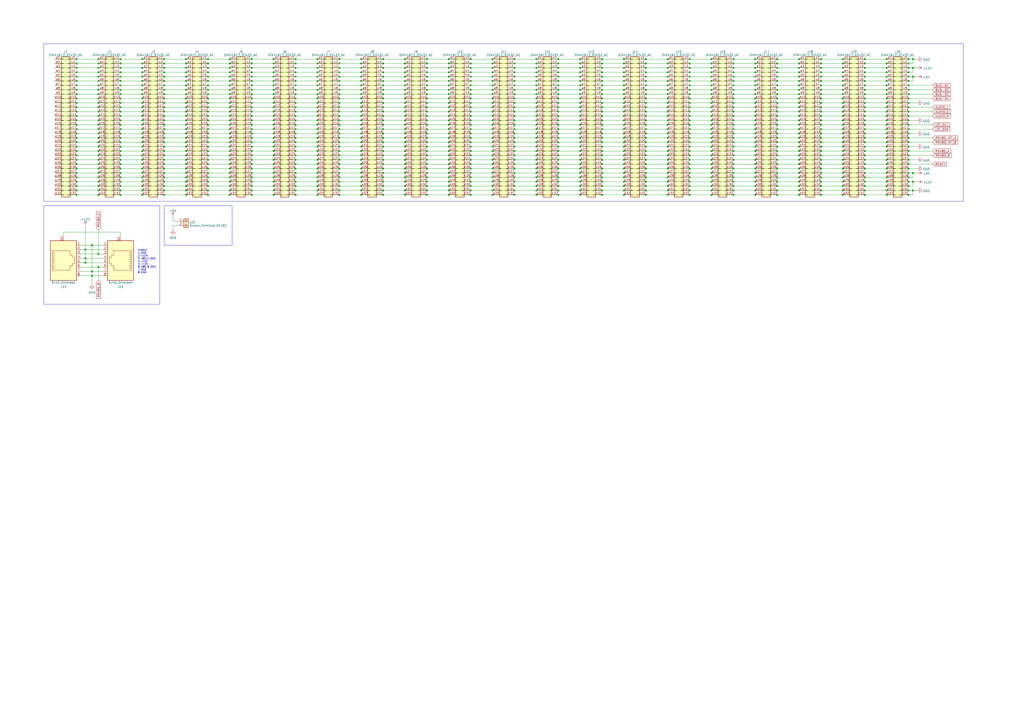
<source format=kicad_sch>
(kicad_sch (version 20230121) (generator eeschema)
  (paper "A2")
  (lib_symbols
    (symbol "Connector:DIN41612_02x32_AC" (pin_names (offset 1.016) hide)
      (property "Reference" "J" (at 1.27 40.64 0))
      (property "Value" "DIN41612_02x32_AC" (at 1.27 -43.18 0))
      (symbol "DIN41612_02x32_AC_1_1"
        (pin passive line (at -5.08 38.1 0) (length 3.81) (name "Pin_a1") (number "a1"))
        (pin passive line (at -5.08 15.24 0) (length 3.81) (name "Pin_a10") (number "a10"))
        (pin passive line (at -5.08 12.7 0) (length 3.81) (name "Pin_a11") (number "a11"))
        (pin passive line (at -5.08 10.16 0) (length 3.81) (name "Pin_a12") (number "a12"))
        (pin passive line (at -5.08 7.62 0) (length 3.81) (name "Pin_a13") (number "a13"))
        (pin passive line (at -5.08 5.08 0) (length 3.81) (name "Pin_a14") (number "a14"))
        (pin passive line (at -5.08 2.54 0) (length 3.81) (name "Pin_a15") (number "a15"))
        (pin passive line (at -5.08 0 0) (length 3.81) (name "Pin_a16") (number "a16"))
        (pin passive line (at -5.08 -2.54 0) (length 3.81) (name "Pin_a17") (number "a17"))
        (pin passive line (at -5.08 -5.08 0) (length 3.81) (name "Pin_a18") (number "a18"))
        (pin passive line (at -5.08 -7.62 0) (length 3.81) (name "Pin_a19") (number "a19"))
        (pin passive line (at -5.08 35.56 0) (length 3.81) (name "Pin_a2") (number "a2"))
        (pin passive line (at -5.08 -10.16 0) (length 3.81) (name "Pin_a20") (number "a20"))
        (pin passive line (at -5.08 -12.7 0) (length 3.81) (name "Pin_a21") (number "a21"))
        (pin passive line (at -5.08 -15.24 0) (length 3.81) (name "Pin_a22") (number "a22"))
        (pin passive line (at -5.08 -17.78 0) (length 3.81) (name "Pin_a23") (number "a23"))
        (pin passive line (at -5.08 -20.32 0) (length 3.81) (name "Pin_a24") (number "a24"))
        (pin passive line (at -5.08 -22.86 0) (length 3.81) (name "Pin_a25") (number "a25"))
        (pin passive line (at -5.08 -25.4 0) (length 3.81) (name "Pin_a26") (number "a26"))
        (pin passive line (at -5.08 -27.94 0) (length 3.81) (name "Pin_a27") (number "a27"))
        (pin passive line (at -5.08 -30.48 0) (length 3.81) (name "Pin_a28") (number "a28"))
        (pin passive line (at -5.08 -33.02 0) (length 3.81) (name "Pin_a29") (number "a29"))
        (pin passive line (at -5.08 33.02 0) (length 3.81) (name "Pin_a3") (number "a3"))
        (pin passive line (at -5.08 -35.56 0) (length 3.81) (name "Pin_a30") (number "a30"))
        (pin passive line (at -5.08 -38.1 0) (length 3.81) (name "Pin_a31") (number "a31"))
        (pin passive line (at -5.08 -40.64 0) (length 3.81) (name "Pin_a32") (number "a32"))
        (pin passive line (at -5.08 30.48 0) (length 3.81) (name "Pin_a4") (number "a4"))
        (pin passive line (at -5.08 27.94 0) (length 3.81) (name "Pin_a5") (number "a5"))
        (pin passive line (at -5.08 25.4 0) (length 3.81) (name "Pin_a6") (number "a6"))
        (pin passive line (at -5.08 22.86 0) (length 3.81) (name "Pin_a7") (number "a7"))
        (pin passive line (at -5.08 20.32 0) (length 3.81) (name "Pin_a8") (number "a8"))
        (pin passive line (at -5.08 17.78 0) (length 3.81) (name "Pin_a9") (number "a9"))
        (pin passive line (at 7.62 38.1 180) (length 3.81) (name "Pin_c1") (number "c1"))
        (pin passive line (at 7.62 15.24 180) (length 3.81) (name "Pin_c10") (number "c10"))
        (pin passive line (at 7.62 12.7 180) (length 3.81) (name "Pin_c11") (number "c11"))
        (pin passive line (at 7.62 10.16 180) (length 3.81) (name "Pin_c12") (number "c12"))
        (pin passive line (at 7.62 7.62 180) (length 3.81) (name "Pin_c13") (number "c13"))
        (pin passive line (at 7.62 5.08 180) (length 3.81) (name "Pin_c14") (number "c14"))
        (pin passive line (at 7.62 2.54 180) (length 3.81) (name "Pin_c15") (number "c15"))
        (pin passive line (at 7.62 0 180) (length 3.81) (name "Pin_c16") (number "c16"))
        (pin passive line (at 7.62 -2.54 180) (length 3.81) (name "Pin_c17") (number "c17"))
        (pin passive line (at 7.62 -5.08 180) (length 3.81) (name "Pin_c18") (number "c18"))
        (pin passive line (at 7.62 -7.62 180) (length 3.81) (name "Pin_c19") (number "c19"))
        (pin passive line (at 7.62 35.56 180) (length 3.81) (name "Pin_c2") (number "c2"))
        (pin passive line (at 7.62 -10.16 180) (length 3.81) (name "Pin_c20") (number "c20"))
        (pin passive line (at 7.62 -12.7 180) (length 3.81) (name "Pin_c21") (number "c21"))
        (pin passive line (at 7.62 -15.24 180) (length 3.81) (name "Pin_c22") (number "c22"))
        (pin passive line (at 7.62 -17.78 180) (length 3.81) (name "Pin_c23") (number "c23"))
        (pin passive line (at 7.62 -20.32 180) (length 3.81) (name "Pin_c24") (number "c24"))
        (pin passive line (at 7.62 -22.86 180) (length 3.81) (name "Pin_c25") (number "c25"))
        (pin passive line (at 7.62 -25.4 180) (length 3.81) (name "Pin_c26") (number "c26"))
        (pin passive line (at 7.62 -27.94 180) (length 3.81) (name "Pin_c27") (number "c27"))
        (pin passive line (at 7.62 -30.48 180) (length 3.81) (name "Pin_c28") (number "c28"))
        (pin passive line (at 7.62 -33.02 180) (length 3.81) (name "Pin_c29") (number "c29"))
        (pin passive line (at 7.62 33.02 180) (length 3.81) (name "Pin_c3") (number "c3"))
        (pin passive line (at 7.62 -35.56 180) (length 3.81) (name "Pin_c30") (number "c30"))
        (pin passive line (at 7.62 -38.1 180) (length 3.81) (name "Pin_c31") (number "c31"))
        (pin passive line (at 7.62 -40.64 180) (length 3.81) (name "Pin_c32") (number "c32"))
        (pin passive line (at 7.62 30.48 180) (length 3.81) (name "Pin_c4") (number "c4"))
        (pin passive line (at 7.62 27.94 180) (length 3.81) (name "Pin_c5") (number "c5"))
        (pin passive line (at 7.62 25.4 180) (length 3.81) (name "Pin_c6") (number "c6"))
        (pin passive line (at 7.62 22.86 180) (length 3.81) (name "Pin_c7") (number "c7"))
        (pin passive line (at 7.62 20.32 180) (length 3.81) (name "Pin_c8") (number "c8"))
        (pin passive line (at 7.62 17.78 180) (length 3.81) (name "Pin_c9") (number "c9"))
      )
    )
    (symbol "Connector:RJ45_Shielded" (pin_names (offset 1.016))
      (property "Reference" "J" (at -5.08 13.97 0))
      (property "Value" "RJ45_Shielded" (at 2.54 13.97 0))
      (symbol "RJ45_Shielded_1_1"
        (pin passive line (at 10.16 -7.62 180) (length 2.54) (name "~") (number "1"))
        (pin passive line (at 10.16 -5.08 180) (length 2.54) (name "~") (number "2"))
        (pin passive line (at 10.16 -2.54 180) (length 2.54) (name "~") (number "3"))
        (pin passive line (at 10.16 0 180) (length 2.54) (name "~") (number "4"))
        (pin passive line (at 10.16 2.54 180) (length 2.54) (name "~") (number "5"))
        (pin passive line (at 10.16 5.08 180) (length 2.54) (name "~") (number "6"))
        (pin passive line (at 10.16 7.62 180) (length 2.54) (name "~") (number "7"))
        (pin passive line (at 10.16 10.16 180) (length 2.54) (name "~") (number "8"))
        (pin passive line (at 0 -12.7 90) (length 2.54) (name "~") (number "SH"))
      )
    )
    (symbol "Connector:Screw_Terminal_01x02" (pin_names (offset 1.016) hide)
      (property "Reference" "J" (at 0 2.54 0))
      (property "Value" "Screw_Terminal_01x02" (at 0 -5.08 0))
      (symbol "Screw_Terminal_01x02_1_1"
        (pin passive line (at -5.08 0 0) (length 3.81) (name "Pin_1") (number "1"))
        (pin passive line (at -5.08 -2.54 0) (length 3.81) (name "Pin_2") (number "2"))
      )
    )
    (symbol "power:+12V" (power) (pin_names (offset 0))
      (property "Value" "+12V" (at 0 3.556 0))
      (symbol "+12V_1_1"
        (pin power_in line (at 0 0 90) (length 0) hide (name "+12V") (number "1"))
      )
    )
    (symbol "power:+5V" (power) (pin_names (offset 0))
      (property "Value" "+5V" (at 0 3.556 0))
      (symbol "+5V_1_1"
        (pin power_in line (at 0 0 90) (length 0) hide (name "+5V") (number "1"))
      )
    )
    (symbol "power:GND" (power) (pin_names (offset 0))
      (property "Value" "GND" (at 0 -3.81 0))
      (symbol "GND_1_1"
        (pin power_in line (at 0 0 270) (length 0) hide (name "GND") (number "1"))
      )
    )
  )
  (junction (at 107.95 92.71))
  (junction (at 69.85 36.83))
  (junction (at 349.25 92.71))
  (junction (at 107.95 41.91))
  (junction (at 69.85 74.93))
  (junction (at 273.05 46.99))
  (junction (at 361.95 107.95))
  (junction (at 514.35 74.93))
  (junction (at 184.15 52.07))
  (junction (at 336.55 95.25))
  (junction (at 273.05 87.63))
  (junction (at 273.05 107.95))
  (junction (at 349.25 34.29))
  (junction (at 527.05 49.53))
  (junction (at 69.85 92.71))
  (junction (at 158.75 72.39))
  (junction (at 425.45 36.83))
  (junction (at 463.55 36.83))
  (junction (at 44.45 59.69))
  (junction (at 133.35 85.09))
  (junction (at 196.85 95.25))
  (junction (at 400.05 62.23))
  (junction (at 209.55 69.85))
  (junction (at 171.45 105.41))
  (junction (at 120.65 95.25))
  (junction (at 298.45 39.37))
  (junction (at 412.75 90.17))
  (junction (at 184.15 82.55))
  (junction (at 273.05 77.47))
  (junction (at 349.25 95.25))
  (junction (at 463.55 64.77))
  (junction (at 247.65 95.25))
  (junction (at 400.05 87.63))
  (junction (at 69.85 110.49))
  (junction (at 336.55 57.15))
  (junction (at 260.35 92.71))
  (junction (at 260.35 107.95))
  (junction (at 349.25 74.93))
  (junction (at 146.05 90.17))
  (junction (at 120.65 102.87))
  (junction (at 349.25 59.69))
  (junction (at 527.05 34.29))
  (junction (at 120.65 87.63))
  (junction (at 438.15 39.37))
  (junction (at 529.59 105.41))
  (junction (at 171.45 49.53))
  (junction (at 95.25 54.61))
  (junction (at 82.55 87.63))
  (junction (at 323.85 36.83))
  (junction (at 120.65 80.01))
  (junction (at 501.65 95.25))
  (junction (at 222.25 54.61))
  (junction (at 285.75 100.33))
  (junction (at 476.25 107.95))
  (junction (at 438.15 90.17))
  (junction (at 501.65 54.61))
  (junction (at 527.05 69.85))
  (junction (at 57.15 46.99))
  (junction (at 501.65 113.03))
  (junction (at 514.35 110.49))
  (junction (at 247.65 80.01))
  (junction (at 95.25 64.77))
  (junction (at 158.75 57.15))
  (junction (at 158.75 69.85))
  (junction (at 529.59 110.49))
  (junction (at 438.15 85.09))
  (junction (at 57.15 59.69))
  (junction (at 400.05 97.79))
  (junction (at 222.25 85.09))
  (junction (at 120.65 77.47))
  (junction (at 44.45 54.61))
  (junction (at 374.65 59.69))
  (junction (at 374.65 92.71))
  (junction (at 146.05 113.03))
  (junction (at 514.35 72.39))
  (junction (at 298.45 85.09))
  (junction (at 412.75 44.45))
  (junction (at 196.85 39.37))
  (junction (at 184.15 113.03))
  (junction (at 361.95 64.77))
  (junction (at 120.65 85.09))
  (junction (at 146.05 54.61))
  (junction (at 527.05 59.69))
  (junction (at 95.25 97.79))
  (junction (at 44.45 85.09))
  (junction (at 412.75 72.39))
  (junction (at 425.45 97.79))
  (junction (at 69.85 41.91))
  (junction (at 438.15 44.45))
  (junction (at 260.35 59.69))
  (junction (at 501.65 59.69))
  (junction (at 285.75 110.49))
  (junction (at 488.95 46.99))
  (junction (at 95.25 92.71))
  (junction (at 120.65 69.85))
  (junction (at 501.65 41.91))
  (junction (at 438.15 77.47))
  (junction (at 196.85 46.99))
  (junction (at 463.55 69.85))
  (junction (at 298.45 105.41))
  (junction (at 311.15 41.91))
  (junction (at 463.55 44.45))
  (junction (at 527.05 102.87))
  (junction (at 82.55 67.31))
  (junction (at 158.75 110.49))
  (junction (at 374.65 85.09))
  (junction (at 44.45 77.47))
  (junction (at 44.45 100.33))
  (junction (at 527.05 39.37))
  (junction (at 361.95 92.71))
  (junction (at 488.95 77.47))
  (junction (at 234.95 59.69))
  (junction (at 247.65 97.79))
  (junction (at 82.55 41.91))
  (junction (at 349.25 90.17))
  (junction (at 273.05 67.31))
  (junction (at 425.45 77.47))
  (junction (at 311.15 57.15))
  (junction (at 425.45 57.15))
  (junction (at 374.65 100.33))
  (junction (at 349.25 54.61))
  (junction (at 488.95 36.83))
  (junction (at 285.75 34.29))
  (junction (at 476.25 39.37))
  (junction (at 196.85 52.07))
  (junction (at 527.05 85.09))
  (junction (at 44.45 82.55))
  (junction (at 412.75 46.99))
  (junction (at 298.45 100.33))
  (junction (at 57.15 147.32))
  (junction (at 374.65 80.01))
  (junction (at 57.15 39.37))
  (junction (at 374.65 72.39))
  (junction (at 95.25 72.39))
  (junction (at 107.95 44.45))
  (junction (at 146.05 110.49))
  (junction (at 158.75 41.91))
  (junction (at 476.25 102.87))
  (junction (at 285.75 107.95))
  (junction (at 361.95 82.55))
  (junction (at 120.65 113.03))
  (junction (at 209.55 77.47))
  (junction (at 133.35 39.37))
  (junction (at 158.75 54.61))
  (junction (at 234.95 64.77))
  (junction (at 234.95 72.39))
  (junction (at 374.65 105.41))
  (junction (at 463.55 90.17))
  (junction (at 400.05 110.49))
  (junction (at 133.35 100.33))
  (junction (at 450.85 87.63))
  (junction (at 425.45 105.41))
  (junction (at 361.95 74.93))
  (junction (at 69.85 85.09))
  (junction (at 82.55 95.25))
  (junction (at 184.15 74.93))
  (junction (at 488.95 59.69))
  (junction (at 234.95 80.01))
  (junction (at 133.35 59.69))
  (junction (at 285.75 105.41))
  (junction (at 234.95 87.63))
  (junction (at 323.85 102.87))
  (junction (at 247.65 49.53))
  (junction (at 529.59 100.33))
  (junction (at 184.15 97.79))
  (junction (at 44.45 64.77))
  (junction (at 476.25 49.53))
  (junction (at 260.35 34.29))
  (junction (at 209.55 62.23))
  (junction (at 450.85 34.29))
  (junction (at 323.85 85.09))
  (junction (at 425.45 110.49))
  (junction (at 158.75 59.69))
  (junction (at 412.75 34.29))
  (junction (at 158.75 62.23))
  (junction (at 336.55 72.39))
  (junction (at 501.65 110.49))
  (junction (at 171.45 102.87))
  (junction (at 120.65 44.45))
  (junction (at 222.25 107.95))
  (junction (at 69.85 34.29))
  (junction (at 120.65 41.91))
  (junction (at 44.45 41.91))
  (junction (at 412.75 113.03))
  (junction (at 273.05 97.79))
  (junction (at 222.25 102.87))
  (junction (at 361.95 46.99))
  (junction (at 425.45 69.85))
  (junction (at 209.55 90.17))
  (junction (at 222.25 95.25))
  (junction (at 95.25 57.15))
  (junction (at 57.15 113.03))
  (junction (at 69.85 100.33))
  (junction (at 260.35 82.55))
  (junction (at 273.05 36.83))
  (junction (at 234.95 85.09))
  (junction (at 450.85 107.95))
  (junction (at 273.05 95.25))
  (junction (at 209.55 80.01))
  (junction (at 209.55 59.69))
  (junction (at 463.55 97.79))
  (junction (at 527.05 74.93))
  (junction (at 196.85 105.41))
  (junction (at 463.55 34.29))
  (junction (at 374.65 110.49))
  (junction (at 69.85 77.47))
  (junction (at 323.85 62.23))
  (junction (at 387.35 62.23))
  (junction (at 247.65 82.55))
  (junction (at 425.45 44.45))
  (junction (at 273.05 74.93))
  (junction (at 400.05 59.69))
  (junction (at 146.05 105.41))
  (junction (at 209.55 49.53))
  (junction (at 120.65 90.17))
  (junction (at 44.45 57.15))
  (junction (at 412.75 59.69))
  (junction (at 311.15 95.25))
  (junction (at 514.35 57.15))
  (junction (at 336.55 113.03))
  (junction (at 323.85 67.31))
  (junction (at 323.85 52.07))
  (junction (at 374.65 90.17))
  (junction (at 349.25 72.39))
  (junction (at 438.15 100.33))
  (junction (at 425.45 54.61))
  (junction (at 273.05 57.15))
  (junction (at 107.95 52.07))
  (junction (at 196.85 77.47))
  (junction (at 146.05 44.45))
  (junction (at 374.65 77.47))
  (junction (at 57.15 54.61))
  (junction (at 196.85 57.15))
  (junction (at 400.05 49.53))
  (junction (at 184.15 85.09))
  (junction (at 196.85 90.17))
  (junction (at 57.15 77.47))
  (junction (at 57.15 62.23))
  (junction (at 374.65 64.77))
  (junction (at 69.85 95.25))
  (junction (at 425.45 41.91))
  (junction (at 82.55 36.83))
  (junction (at 349.25 49.53))
  (junction (at 527.05 97.79))
  (junction (at 476.25 113.03))
  (junction (at 184.15 44.45))
  (junction (at 260.35 90.17))
  (junction (at 298.45 82.55))
  (junction (at 298.45 69.85))
  (junction (at 463.55 41.91))
  (junction (at 209.55 44.45))
  (junction (at 44.45 110.49))
  (junction (at 438.15 107.95))
  (junction (at 260.35 46.99))
  (junction (at 374.65 87.63))
  (junction (at 44.45 97.79))
  (junction (at 400.05 92.71))
  (junction (at 387.35 95.25))
  (junction (at 120.65 97.79))
  (junction (at 514.35 95.25))
  (junction (at 527.05 77.47))
  (junction (at 171.45 41.91))
  (junction (at 171.45 107.95))
  (junction (at 196.85 41.91))
  (junction (at 184.15 62.23))
  (junction (at 285.75 72.39))
  (junction (at 374.65 67.31))
  (junction (at 336.55 34.29))
  (junction (at 412.75 41.91))
  (junction (at 450.85 72.39))
  (junction (at 425.45 100.33))
  (junction (at 247.65 62.23))
  (junction (at 260.35 110.49))
  (junction (at 260.35 54.61))
  (junction (at 336.55 74.93))
  (junction (at 476.25 44.45))
  (junction (at 450.85 77.47))
  (junction (at 488.95 105.41))
  (junction (at 69.85 69.85))
  (junction (at 158.75 44.45))
  (junction (at 69.85 105.41))
  (junction (at 196.85 113.03))
  (junction (at 209.55 113.03))
  (junction (at 412.75 85.09))
  (junction (at 234.95 105.41))
  (junction (at 273.05 85.09))
  (junction (at 69.85 46.99))
  (junction (at 171.45 64.77))
  (junction (at 69.85 97.79))
  (junction (at 387.35 105.41))
  (junction (at 529.59 34.29))
  (junction (at 323.85 95.25))
  (junction (at 95.25 113.03))
  (junction (at 57.15 36.83))
  (junction (at 57.15 154.94))
  (junction (at 463.55 82.55))
  (junction (at 311.15 82.55))
  (junction (at 146.05 41.91))
  (junction (at 171.45 34.29))
  (junction (at 209.55 34.29))
  (junction (at 133.35 102.87))
  (junction (at 501.65 102.87))
  (junction (at 171.45 59.69))
  (junction (at 476.25 97.79))
  (junction (at 247.65 92.71))
  (junction (at 57.15 69.85))
  (junction (at 361.95 80.01))
  (junction (at 425.45 64.77))
  (junction (at 273.05 102.87))
  (junction (at 273.05 80.01))
  (junction (at 374.65 52.07))
  (junction (at 285.75 36.83))
  (junction (at 146.05 49.53))
  (junction (at 336.55 59.69))
  (junction (at 69.85 102.87))
  (junction (at 298.45 52.07))
  (junction (at 44.45 113.03))
  (junction (at 69.85 59.69))
  (junction (at 285.75 85.09))
  (junction (at 222.25 52.07))
  (junction (at 438.15 72.39))
  (junction (at 527.05 113.03))
  (junction (at 438.15 105.41))
  (junction (at 95.25 82.55))
  (junction (at 209.55 72.39))
  (junction (at 171.45 52.07))
  (junction (at 527.05 100.33))
  (junction (at 57.15 97.79))
  (junction (at 209.55 97.79))
  (junction (at 184.15 69.85))
  (junction (at 298.45 92.71))
  (junction (at 425.45 95.25))
  (junction (at 260.35 113.03))
  (junction (at 488.95 95.25))
  (junction (at 400.05 52.07))
  (junction (at 514.35 62.23))
  (junction (at 49.53 149.86))
  (junction (at 425.45 52.07))
  (junction (at 285.75 69.85))
  (junction (at 412.75 36.83))
  (junction (at 400.05 39.37))
  (junction (at 463.55 39.37))
  (junction (at 57.15 100.33))
  (junction (at 476.25 64.77))
  (junction (at 336.55 64.77))
  (junction (at 476.25 105.41))
  (junction (at 133.35 44.45))
  (junction (at 120.65 39.37))
  (junction (at 514.35 34.29))
  (junction (at 311.15 100.33))
  (junction (at 120.65 64.77))
  (junction (at 184.15 46.99))
  (junction (at 412.75 49.53))
  (junction (at 234.95 49.53))
  (junction (at 260.35 72.39))
  (junction (at 336.55 62.23))
  (junction (at 336.55 92.71))
  (junction (at 450.85 62.23))
  (junction (at 527.05 54.61))
  (junction (at 146.05 82.55))
  (junction (at 336.55 54.61))
  (junction (at 438.15 67.31))
  (junction (at 260.35 44.45))
  (junction (at 387.35 85.09))
  (junction (at 501.65 57.15))
  (junction (at 285.75 87.63))
  (junction (at 349.25 52.07))
  (junction (at 209.55 36.83))
  (junction (at 527.05 41.91))
  (junction (at 285.75 49.53))
  (junction (at 361.95 97.79))
  (junction (at 450.85 59.69))
  (junction (at 476.25 100.33))
  (junction (at 361.95 102.87))
  (junction (at 69.85 54.61))
  (junction (at 184.15 41.91))
  (junction (at 146.05 72.39))
  (junction (at 209.55 57.15))
  (junction (at 57.15 107.95))
  (junction (at 171.45 69.85))
  (junction (at 387.35 46.99))
  (junction (at 273.05 49.53))
  (junction (at 82.55 102.87))
  (junction (at 488.95 41.91))
  (junction (at 133.35 62.23))
  (junction (at 387.35 87.63))
  (junction (at 349.25 97.79))
  (junction (at 336.55 87.63))
  (junction (at 374.65 57.15))
  (junction (at 146.05 36.83))
  (junction (at 273.05 44.45))
  (junction (at 387.35 39.37))
  (junction (at 311.15 36.83))
  (junction (at 514.35 97.79))
  (junction (at 146.05 34.29))
  (junction (at 450.85 90.17))
  (junction (at 488.95 44.45))
  (junction (at 438.15 80.01))
  (junction (at 476.25 54.61))
  (junction (at 514.35 82.55))
  (junction (at 336.55 36.83))
  (junction (at 488.95 85.09))
  (junction (at 107.95 34.29))
  (junction (at 488.95 67.31))
  (junction (at 273.05 34.29))
  (junction (at 95.25 39.37))
  (junction (at 463.55 67.31))
  (junction (at 311.15 39.37))
  (junction (at 107.95 113.03))
  (junction (at 209.55 92.71))
  (junction (at 222.25 92.71))
  (junction (at 184.15 100.33))
  (junction (at 425.45 87.63))
  (junction (at 527.05 36.83))
  (junction (at 323.85 39.37))
  (junction (at 501.65 92.71))
  (junction (at 82.55 69.85))
  (junction (at 57.15 64.77))
  (junction (at 450.85 113.03))
  (junction (at 438.15 92.71))
  (junction (at 323.85 59.69))
  (junction (at 361.95 49.53))
  (junction (at 209.55 67.31))
  (junction (at 184.15 107.95))
  (junction (at 107.95 46.99))
  (junction (at 463.55 52.07))
  (junction (at 374.65 41.91))
  (junction (at 488.95 34.29))
  (junction (at 425.45 49.53))
  (junction (at 120.65 82.55))
  (junction (at 222.25 59.69))
  (junction (at 374.65 74.93))
  (junction (at 171.45 110.49))
  (junction (at 146.05 59.69))
  (junction (at 184.15 110.49))
  (junction (at 82.55 54.61))
  (junction (at 285.75 52.07))
  (junction (at 463.55 54.61))
  (junction (at 120.65 74.93))
  (junction (at 146.05 52.07))
  (junction (at 171.45 92.71))
  (junction (at 323.85 82.55))
  (junction (at 349.25 64.77))
  (junction (at 285.75 62.23))
  (junction (at 196.85 107.95))
  (junction (at 82.55 113.03))
  (junction (at 412.75 52.07))
  (junction (at 95.25 59.69))
  (junction (at 323.85 113.03))
  (junction (at 387.35 44.45))
  (junction (at 57.15 52.07))
  (junction (at 438.15 36.83))
  (junction (at 260.35 41.91))
  (junction (at 107.95 57.15))
  (junction (at 527.05 107.95))
  (junction (at 222.25 62.23))
  (junction (at 529.59 39.37))
  (junction (at 133.35 77.47))
  (junction (at 311.15 52.07))
  (junction (at 285.75 67.31))
  (junction (at 514.35 77.47))
  (junction (at 95.25 67.31))
  (junction (at 501.65 82.55))
  (junction (at 247.65 77.47))
  (junction (at 133.35 46.99))
  (junction (at 57.15 41.91))
  (junction (at 374.65 97.79))
  (junction (at 387.35 77.47))
  (junction (at 476.25 74.93))
  (junction (at 260.35 102.87))
  (junction (at 133.35 64.77))
  (junction (at 298.45 77.47))
  (junction (at 234.95 44.45))
  (junction (at 234.95 77.47))
  (junction (at 527.05 87.63))
  (junction (at 311.15 64.77))
  (junction (at 133.35 57.15))
  (junction (at 476.25 85.09))
  (junction (at 463.55 72.39))
  (junction (at 82.55 77.47))
  (junction (at 425.45 74.93))
  (junction (at 374.65 95.25))
  (junction (at 501.65 90.17))
  (junction (at 209.55 74.93))
  (junction (at 361.95 72.39))
  (junction (at 488.95 69.85))
  (junction (at 69.85 52.07))
  (junction (at 514.35 100.33))
  (junction (at 44.45 74.93))
  (junction (at 273.05 110.49))
  (junction (at 488.95 100.33))
  (junction (at 95.25 107.95))
  (junction (at 400.05 54.61))
  (junction (at 57.15 72.39))
  (junction (at 44.45 44.45))
  (junction (at 171.45 67.31))
  (junction (at 82.55 107.95))
  (junction (at 95.25 62.23))
  (junction (at 234.95 52.07))
  (junction (at 387.35 34.29))
  (junction (at 69.85 82.55))
  (junction (at 107.95 62.23))
  (junction (at 323.85 110.49))
  (junction (at 57.15 67.31))
  (junction (at 425.45 80.01))
  (junction (at 82.55 110.49))
  (junction (at 387.35 67.31))
  (junction (at 222.25 74.93))
  (junction (at 412.75 105.41))
  (junction (at 463.55 110.49))
  (junction (at 171.45 90.17))
  (junction (at 463.55 59.69))
  (junction (at 336.55 67.31))
  (junction (at 298.45 90.17))
  (junction (at 514.35 102.87))
  (junction (at 400.05 77.47))
  (junction (at 222.25 39.37))
  (junction (at 273.05 39.37))
  (junction (at 273.05 105.41))
  (junction (at 387.35 49.53))
  (junction (at 425.45 107.95))
  (junction (at 476.25 72.39))
  (junction (at 476.25 90.17))
  (junction (at 273.05 92.71))
  (junction (at 450.85 97.79))
  (junction (at 323.85 97.79))
  (junction (at 44.45 69.85))
  (junction (at 120.65 54.61))
  (junction (at 260.35 87.63))
  (junction (at 196.85 36.83))
  (junction (at 400.05 74.93))
  (junction (at 120.65 105.41))
  (junction (at 247.65 57.15))
  (junction (at 260.35 80.01))
  (junction (at 412.75 80.01))
  (junction (at 349.25 105.41))
  (junction (at 374.65 44.45))
  (junction (at 285.75 41.91))
  (junction (at 476.25 36.83))
  (junction (at 501.65 69.85))
  (junction (at 247.65 46.99))
  (junction (at 412.75 62.23))
  (junction (at 323.85 87.63))
  (junction (at 298.45 80.01))
  (junction (at 387.35 92.71))
  (junction (at 260.35 67.31))
  (junction (at 146.05 77.47))
  (junction (at 234.95 95.25))
  (junction (at 336.55 82.55))
  (junction (at 400.05 113.03))
  (junction (at 298.45 54.61))
  (junction (at 57.15 92.71))
  (junction (at 69.85 57.15))
  (junction (at 463.55 49.53))
  (junction (at 133.35 72.39))
  (junction (at 374.65 39.37))
  (junction (at 273.05 90.17))
  (junction (at 158.75 36.83))
  (junction (at 463.55 95.25))
  (junction (at 95.25 74.93))
  (junction (at 361.95 100.33))
  (junction (at 349.25 67.31))
  (junction (at 222.25 110.49))
  (junction (at 57.15 95.25))
  (junction (at 285.75 82.55))
  (junction (at 349.25 110.49))
  (junction (at 311.15 46.99))
  (junction (at 361.95 95.25))
  (junction (at 374.65 62.23))
  (junction (at 107.95 97.79))
  (junction (at 120.65 34.29))
  (junction (at 387.35 90.17))
  (junction (at 463.55 46.99))
  (junction (at 527.05 62.23))
  (junction (at 95.25 46.99))
  (junction (at 298.45 41.91))
  (junction (at 361.95 62.23))
  (junction (at 336.55 69.85))
  (junction (at 44.45 34.29))
  (junction (at 361.95 39.37))
  (junction (at 361.95 41.91))
  (junction (at 514.35 54.61))
  (junction (at 69.85 39.37))
  (junction (at 311.15 49.53))
  (junction (at 222.25 69.85))
  (junction (at 82.55 90.17))
  (junction (at 476.25 92.71))
  (junction (at 501.65 72.39))
  (junction (at 171.45 72.39))
  (junction (at 450.85 49.53))
  (junction (at 361.95 34.29))
  (junction (at 285.75 102.87))
  (junction (at 44.45 39.37))
  (junction (at 527.05 95.25))
  (junction (at 234.95 92.71))
  (junction (at 450.85 39.37))
  (junction (at 400.05 57.15))
  (junction (at 311.15 74.93))
  (junction (at 501.65 105.41))
  (junction (at 222.25 67.31))
  (junction (at 107.95 39.37))
  (junction (at 44.45 36.83))
  (junction (at 196.85 54.61))
  (junction (at 323.85 105.41))
  (junction (at 514.35 46.99))
  (junction (at 501.65 87.63))
  (junction (at 196.85 72.39))
  (junction (at 158.75 67.31))
  (junction (at 120.65 107.95))
  (junction (at 476.25 59.69))
  (junction (at 349.25 85.09))
  (junction (at 82.55 72.39))
  (junction (at 361.95 113.03))
  (junction (at 107.95 49.53))
  (junction (at 323.85 54.61))
  (junction (at 463.55 57.15))
  (junction (at 476.25 57.15))
  (junction (at 107.95 102.87))
  (junction (at 95.25 49.53))
  (junction (at 171.45 100.33))
  (junction (at 450.85 102.87))
  (junction (at 400.05 82.55))
  (junction (at 450.85 57.15))
  (junction (at 311.15 80.01))
  (junction (at 120.65 92.71))
  (junction (at 285.75 64.77))
  (junction (at 57.15 44.45))
  (junction (at 412.75 92.71))
  (junction (at 527.05 110.49))
  (junction (at 311.15 113.03))
  (junction (at 158.75 107.95))
  (junction (at 400.05 105.41))
  (junction (at 184.15 102.87))
  (junction (at 146.05 74.93))
  (junction (at 412.75 95.25))
  (junction (at 387.35 64.77))
  (junction (at 400.05 95.25))
  (junction (at 400.05 41.91))
  (junction (at 361.95 36.83))
  (junction (at 361.95 85.09))
  (junction (at 234.95 62.23))
  (junction (at 82.55 92.71))
  (junction (at 273.05 113.03))
  (junction (at 234.95 41.91))
  (junction (at 349.25 100.33))
  (junction (at 247.65 102.87))
  (junction (at 196.85 44.45))
  (junction (at 425.45 92.71))
  (junction (at 82.55 57.15))
  (junction (at 120.65 59.69))
  (junction (at 463.55 62.23))
  (junction (at 95.25 36.83))
  (junction (at 501.65 34.29))
  (junction (at 336.55 107.95))
  (junction (at 57.15 87.63))
  (junction (at 412.75 67.31))
  (junction (at 196.85 80.01))
  (junction (at 184.15 92.71))
  (junction (at 298.45 36.83))
  (junction (at 514.35 87.63))
  (junction (at 412.75 57.15))
  (junction (at 336.55 100.33))
  (junction (at 311.15 62.23))
  (junction (at 514.35 49.53))
  (junction (at 387.35 41.91))
  (junction (at 146.05 39.37))
  (junction (at 488.95 113.03))
  (junction (at 298.45 64.77))
  (junction (at 323.85 44.45))
  (junction (at 501.65 64.77))
  (junction (at 336.55 46.99))
  (junction (at 107.95 64.77))
  (junction (at 184.15 57.15))
  (junction (at 247.65 36.83))
  (junction (at 171.45 36.83))
  (junction (at 107.95 67.31))
  (junction (at 298.45 67.31))
  (junction (at 412.75 77.47))
  (junction (at 133.35 97.79))
  (junction (at 260.35 97.79))
  (junction (at 247.65 74.93))
  (junction (at 120.65 100.33))
  (junction (at 514.35 80.01))
  (junction (at 285.75 59.69))
  (junction (at 285.75 92.71))
  (junction (at 158.75 95.25))
  (junction (at 209.55 52.07))
  (junction (at 82.55 46.99))
  (junction (at 298.45 46.99))
  (junction (at 273.05 64.77))
  (junction (at 374.65 36.83))
  (junction (at 400.05 107.95))
  (junction (at 184.15 72.39))
  (junction (at 273.05 82.55))
  (junction (at 196.85 110.49))
  (junction (at 222.25 87.63))
  (junction (at 133.35 92.71))
  (junction (at 146.05 64.77))
  (junction (at 49.53 152.4))
  (junction (at 311.15 54.61))
  (junction (at 349.25 36.83))
  (junction (at 349.25 87.63))
  (junction (at 425.45 72.39))
  (junction (at 450.85 69.85))
  (junction (at 349.25 82.55))
  (junction (at 133.35 82.55))
  (junction (at 260.35 77.47))
  (junction (at 361.95 52.07))
  (junction (at 69.85 62.23))
  (junction (at 323.85 80.01))
  (junction (at 234.95 102.87))
  (junction (at 260.35 95.25))
  (junction (at 463.55 113.03))
  (junction (at 349.25 80.01))
  (junction (at 450.85 95.25))
  (junction (at 476.25 52.07))
  (junction (at 412.75 107.95))
  (junction (at 336.55 41.91))
  (junction (at 234.95 54.61))
  (junction (at 361.95 67.31))
  (junction (at 133.35 41.91))
  (junction (at 311.15 90.17))
  (junction (at 57.15 82.55))
  (junction (at 82.55 74.93))
  (junction (at 196.85 64.77))
  (junction (at 82.55 82.55))
  (junction (at 400.05 46.99))
  (junction (at 374.65 107.95))
  (junction (at 171.45 77.47))
  (junction (at 247.65 105.41))
  (junction (at 222.25 44.45))
  (junction (at 285.75 74.93))
  (junction (at 95.25 85.09))
  (junction (at 488.95 39.37))
  (junction (at 82.55 52.07))
  (junction (at 222.25 57.15))
  (junction (at 133.35 113.03))
  (junction (at 95.25 69.85))
  (junction (at 196.85 69.85))
  (junction (at 336.55 85.09))
  (junction (at 425.45 59.69))
  (junction (at 285.75 90.17))
  (junction (at 311.15 67.31))
  (junction (at 171.45 82.55))
  (junction (at 527.05 57.15))
  (junction (at 146.05 97.79))
  (junction (at 336.55 39.37))
  (junction (at 247.65 52.07))
  (junction (at 438.15 97.79))
  (junction (at 196.85 97.79))
  (junction (at 387.35 100.33))
  (junction (at 387.35 82.55))
  (junction (at 234.95 97.79))
  (junction (at 95.25 110.49))
  (junction (at 438.15 34.29))
  (junction (at 95.25 44.45))
  (junction (at 107.95 80.01))
  (junction (at 450.85 67.31))
  (junction (at 107.95 87.63))
  (junction (at 95.25 52.07))
  (junction (at 298.45 110.49))
  (junction (at 158.75 105.41))
  (junction (at 247.65 85.09))
  (junction (at 527.05 44.45))
  (junction (at 349.25 41.91))
  (junction (at 476.25 46.99))
  (junction (at 374.65 102.87))
  (junction (at 133.35 87.63))
  (junction (at 234.95 46.99))
  (junction (at 514.35 36.83))
  (junction (at 82.55 62.23))
  (junction (at 336.55 77.47))
  (junction (at 158.75 100.33))
  (junction (at 412.75 87.63))
  (junction (at 158.75 85.09))
  (junction (at 374.65 82.55))
  (junction (at 171.45 97.79))
  (junction (at 336.55 97.79))
  (junction (at 171.45 39.37))
  (junction (at 298.45 59.69))
  (junction (at 438.15 62.23))
  (junction (at 488.95 107.95))
  (junction (at 450.85 41.91))
  (junction (at 476.25 110.49))
  (junction (at 323.85 34.29))
  (junction (at 450.85 36.83))
  (junction (at 400.05 64.77))
  (junction (at 133.35 49.53))
  (junction (at 425.45 39.37))
  (junction (at 285.75 46.99))
  (junction (at 209.55 100.33))
  (junction (at 501.65 100.33))
  (junction (at 158.75 92.71))
  (junction (at 107.95 107.95))
  (junction (at 400.05 44.45))
  (junction (at 146.05 85.09))
  (junction (at 501.65 67.31))
  (junction (at 400.05 85.09))
  (junction (at 501.65 46.99))
  (junction (at 488.95 49.53))
  (junction (at 463.55 74.93))
  (junction (at 234.95 34.29))
  (junction (at 133.35 34.29))
  (junction (at 57.15 80.01))
  (junction (at 222.25 82.55))
  (junction (at 234.95 39.37))
  (junction (at 514.35 107.95))
  (junction (at 133.35 67.31))
  (junction (at 514.35 67.31))
  (junction (at 438.15 110.49))
  (junction (at 323.85 107.95))
  (junction (at 120.65 52.07))
  (junction (at 69.85 107.95))
  (junction (at 184.15 49.53))
  (junction (at 184.15 54.61))
  (junction (at 146.05 87.63))
  (junction (at 95.25 102.87))
  (junction (at 501.65 85.09))
  (junction (at 463.55 80.01))
  (junction (at 196.85 59.69))
  (junction (at 412.75 102.87))
  (junction (at 171.45 62.23))
  (junction (at 82.55 39.37))
  (junction (at 450.85 74.93))
  (junction (at 209.55 46.99))
  (junction (at 107.95 90.17))
  (junction (at 196.85 74.93))
  (junction (at 247.65 72.39))
  (junction (at 57.15 110.49))
  (junction (at 361.95 110.49))
  (junction (at 349.25 44.45))
  (junction (at 476.25 80.01))
  (junction (at 323.85 69.85))
  (junction (at 184.15 87.63))
  (junction (at 222.25 64.77))
  (junction (at 450.85 110.49))
  (junction (at 361.95 44.45))
  (junction (at 361.95 59.69))
  (junction (at 273.05 100.33))
  (junction (at 311.15 110.49))
  (junction (at 311.15 77.47))
  (junction (at 171.45 113.03))
  (junction (at 387.35 97.79))
  (junction (at 298.45 74.93))
  (junction (at 234.95 74.93))
  (junction (at 209.55 39.37))
  (junction (at 209.55 87.63))
  (junction (at 260.35 64.77))
  (junction (at 450.85 105.41))
  (junction (at 184.15 77.47))
  (junction (at 260.35 57.15))
  (junction (at 425.45 67.31))
  (junction (at 438.15 87.63))
  (junction (at 82.55 100.33))
  (junction (at 438.15 74.93))
  (junction (at 107.95 110.49))
  (junction (at 95.25 90.17))
  (junction (at 234.95 69.85))
  (junction (at 374.65 34.29))
  (junction (at 107.95 74.93))
  (junction (at 44.45 92.71))
  (junction (at 514.35 64.77))
  (junction (at 323.85 64.77))
  (junction (at 298.45 113.03))
  (junction (at 69.85 80.01))
  (junction (at 412.75 97.79))
  (junction (at 273.05 69.85))
  (junction (at 158.75 74.93))
  (junction (at 133.35 52.07))
  (junction (at 387.35 113.03))
  (junction (at 184.15 36.83))
  (junction (at 222.25 49.53))
  (junction (at 107.95 95.25))
  (junction (at 374.65 46.99))
  (junction (at 285.75 95.25))
  (junction (at 501.65 77.47))
  (junction (at 82.55 59.69))
  (junction (at 361.95 77.47))
  (junction (at 82.55 105.41))
  (junction (at 247.65 34.29))
  (junction (at 400.05 102.87))
  (junction (at 171.45 57.15))
  (junction (at 57.15 90.17))
  (junction (at 336.55 105.41))
  (junction (at 501.65 62.23))
  (junction (at 514.35 44.45))
  (junction (at 69.85 90.17))
  (junction (at 438.15 64.77))
  (junction (at 133.35 36.83))
  (junction (at 196.85 82.55))
  (junction (at 209.55 41.91))
  (junction (at 488.95 90.17))
  (junction (at 450.85 80.01))
  (junction (at 196.85 67.31))
  (junction (at 247.65 67.31))
  (junction (at 120.65 67.31))
  (junction (at 450.85 54.61))
  (junction (at 95.25 100.33))
  (junction (at 311.15 44.45))
  (junction (at 387.35 107.95))
  (junction (at 196.85 102.87))
  (junction (at 146.05 69.85))
  (junction (at 209.55 95.25))
  (junction (at 247.65 54.61))
  (junction (at 361.95 54.61))
  (junction (at 488.95 57.15))
  (junction (at 438.15 52.07))
  (junction (at 387.35 59.69))
  (junction (at 247.65 87.63))
  (junction (at 501.65 36.83))
  (junction (at 349.25 39.37))
  (junction (at 120.65 49.53))
  (junction (at 450.85 92.71))
  (junction (at 234.95 100.33))
  (junction (at 133.35 69.85))
  (junction (at 501.65 44.45))
  (junction (at 438.15 46.99))
  (junction (at 184.15 105.41))
  (junction (at 107.95 82.55))
  (junction (at 450.85 100.33))
  (junction (at 120.65 46.99))
  (junction (at 158.75 113.03))
  (junction (at 222.25 72.39))
  (junction (at 158.75 49.53))
  (junction (at 529.59 44.45))
  (junction (at 311.15 85.09))
  (junction (at 527.05 82.55))
  (junction (at 196.85 85.09))
  (junction (at 107.95 69.85))
  (junction (at 133.35 110.49))
  (junction (at 247.65 41.91))
  (junction (at 57.15 102.87))
  (junction (at 438.15 95.25))
  (junction (at 69.85 113.03))
  (junction (at 514.35 59.69))
  (junction (at 57.15 85.09))
  (junction (at 323.85 46.99))
  (junction (at 514.35 92.71))
  (junction (at 527.05 72.39))
  (junction (at 273.05 54.61))
  (junction (at 374.65 69.85))
  (junction (at 374.65 113.03))
  (junction (at 400.05 34.29))
  (junction (at 361.95 87.63))
  (junction (at 476.25 77.47))
  (junction (at 323.85 72.39))
  (junction (at 146.05 92.71))
  (junction (at 501.65 74.93))
  (junction (at 285.75 57.15))
  (junction (at 361.95 69.85))
  (junction (at 158.75 52.07))
  (junction (at 146.05 102.87))
  (junction (at 298.45 72.39))
  (junction (at 336.55 52.07))
  (junction (at 285.75 113.03))
  (junction (at 514.35 39.37))
  (junction (at 488.95 80.01))
  (junction (at 209.55 102.87))
  (junction (at 438.15 82.55))
  (junction (at 260.35 52.07))
  (junction (at 95.25 41.91))
  (junction (at 222.25 113.03))
  (junction (at 361.95 57.15))
  (junction (at 527.05 80.01))
  (junction (at 57.15 57.15))
  (junction (at 222.25 90.17))
  (junction (at 146.05 100.33))
  (junction (at 336.55 90.17))
  (junction (at 438.15 69.85))
  (junction (at 463.55 107.95))
  (junction (at 57.15 105.41))
  (junction (at 209.55 107.95))
  (junction (at 412.75 74.93))
  (junction (at 527.05 90.17))
  (junction (at 298.45 62.23))
  (junction (at 514.35 90.17))
  (junction (at 95.25 95.25))
  (junction (at 298.45 97.79))
  (junction (at 349.25 107.95))
  (junction (at 425.45 90.17))
  (junction (at 222.25 100.33))
  (junction (at 400.05 80.01))
  (junction (at 44.45 95.25))
  (junction (at 44.45 80.01))
  (junction (at 146.05 67.31))
  (junction (at 412.75 82.55))
  (junction (at 463.55 102.87))
  (junction (at 120.65 72.39))
  (junction (at 527.05 46.99))
  (junction (at 158.75 90.17))
  (junction (at 425.45 82.55))
  (junction (at 107.95 72.39))
  (junction (at 82.55 80.01))
  (junction (at 323.85 74.93))
  (junction (at 158.75 80.01))
  (junction (at 285.75 80.01))
  (junction (at 133.35 95.25))
  (junction (at 82.55 34.29))
  (junction (at 412.75 69.85))
  (junction (at 184.15 95.25))
  (junction (at 234.95 107.95))
  (junction (at 412.75 39.37))
  (junction (at 488.95 62.23))
  (junction (at 53.34 160.02))
  (junction (at 158.75 46.99))
  (junction (at 146.05 57.15))
  (junction (at 247.65 64.77))
  (junction (at 311.15 87.63))
  (junction (at 488.95 102.87))
  (junction (at 336.55 80.01))
  (junction (at 222.25 36.83))
  (junction (at 260.35 85.09))
  (junction (at 158.75 102.87))
  (junction (at 234.95 113.03))
  (junction (at 450.85 64.77))
  (junction (at 247.65 69.85))
  (junction (at 95.25 80.01))
  (junction (at 514.35 85.09))
  (junction (at 247.65 90.17))
  (junction (at 171.45 46.99))
  (junction (at 247.65 100.33))
  (junction (at 488.95 97.79))
  (junction (at 53.34 142.24))
  (junction (at 501.65 107.95))
  (junction (at 247.65 39.37))
  (junction (at 273.05 52.07))
  (junction (at 158.75 87.63))
  (junction (at 158.75 77.47))
  (junction (at 95.25 105.41))
  (junction (at 323.85 57.15))
  (junction (at 400.05 100.33))
  (junction (at 298.45 49.53))
  (junction (at 400.05 90.17))
  (junction (at 311.15 107.95))
  (junction (at 107.95 59.69))
  (junction (at 476.25 82.55))
  (junction (at 514.35 105.41))
  (junction (at 171.45 87.63))
  (junction (at 488.95 52.07))
  (junction (at 488.95 82.55))
  (junction (at 184.15 59.69))
  (junction (at 438.15 57.15))
  (junction (at 311.15 92.71))
  (junction (at 196.85 62.23))
  (junction (at 260.35 49.53))
  (junction (at 158.75 64.77))
  (junction (at 107.95 105.41))
  (junction (at 387.35 69.85))
  (junction (at 44.45 107.95))
  (junction (at 476.25 95.25))
  (junction (at 488.95 72.39))
  (junction (at 387.35 36.83))
  (junction (at 514.35 52.07))
  (junction (at 44.45 90.17))
  (junction (at 336.55 110.49))
  (junction (at 273.05 41.91))
  (junction (at 247.65 107.95))
  (junction (at 196.85 49.53))
  (junction (at 425.45 62.23))
  (junction (at 387.35 74.93))
  (junction (at 44.45 67.31))
  (junction (at 133.35 105.41))
  (junction (at 412.75 64.77))
  (junction (at 349.25 113.03))
  (junction (at 120.65 110.49))
  (junction (at 450.85 44.45))
  (junction (at 463.55 77.47))
  (junction (at 95.25 87.63))
  (junction (at 425.45 34.29))
  (junction (at 273.05 72.39))
  (junction (at 514.35 113.03))
  (junction (at 158.75 34.29))
  (junction (at 476.25 62.23))
  (junction (at 69.85 49.53))
  (junction (at 44.45 62.23))
  (junction (at 171.45 74.93))
  (junction (at 400.05 36.83))
  (junction (at 184.15 64.77))
  (junction (at 260.35 105.41))
  (junction (at 400.05 69.85))
  (junction (at 82.55 44.45))
  (junction (at 450.85 82.55))
  (junction (at 311.15 69.85))
  (junction (at 247.65 110.49))
  (junction (at 349.25 57.15))
  (junction (at 374.65 49.53))
  (junction (at 438.15 59.69))
  (junction (at 438.15 41.91))
  (junction (at 184.15 90.17))
  (junction (at 488.95 110.49))
  (junction (at 285.75 97.79))
  (junction (at 69.85 44.45))
  (junction (at 82.55 64.77))
  (junction (at 488.95 74.93))
  (junction (at 44.45 87.63))
  (junction (at 387.35 102.87))
  (junction (at 400.05 72.39))
  (junction (at 463.55 87.63))
  (junction (at 107.95 85.09))
  (junction (at 120.65 36.83))
  (junction (at 82.55 97.79))
  (junction (at 247.65 44.45))
  (junction (at 57.15 74.93))
  (junction (at 311.15 102.87))
  (junction (at 44.45 46.99))
  (junction (at 209.55 85.09))
  (junction (at 349.25 77.47))
  (junction (at 95.25 34.29))
  (junction (at 273.05 62.23))
  (junction (at 69.85 64.77))
  (junction (at 488.95 64.77))
  (junction (at 260.35 74.93))
  (junction (at 184.15 80.01))
  (junction (at 120.65 62.23))
  (junction (at 336.55 102.87))
  (junction (at 412.75 110.49))
  (junction (at 311.15 59.69))
  (junction (at 425.45 102.87))
  (junction (at 323.85 49.53))
  (junction (at 387.35 72.39))
  (junction (at 196.85 87.63))
  (junction (at 527.05 92.71))
  (junction (at 171.45 95.25))
  (junction (at 133.35 90.17))
  (junction (at 488.95 92.71))
  (junction (at 450.85 52.07))
  (junction (at 298.45 95.25))
  (junction (at 82.55 49.53))
  (junction (at 82.55 85.09))
  (junction (at 44.45 72.39))
  (junction (at 158.75 39.37))
  (junction (at 146.05 46.99))
  (junction (at 336.55 49.53))
  (junction (at 501.65 49.53))
  (junction (at 247.65 113.03))
  (junction (at 463.55 105.41))
  (junction (at 285.75 77.47))
  (junction (at 107.95 100.33))
  (junction (at 57.15 49.53))
  (junction (at 158.75 97.79))
  (junction (at 133.35 54.61))
  (junction (at 234.95 90.17))
  (junction (at 260.35 39.37))
  (junction (at 184.15 67.31))
  (junction (at 222.25 105.41))
  (junction (at 95.25 77.47))
  (junction (at 247.65 59.69))
  (junction (at 209.55 54.61))
  (junction (at 69.85 67.31))
  (junction (at 323.85 92.71))
  (junction (at 260.35 100.33))
  (junction (at 260.35 36.83))
  (junction (at 171.45 80.01))
  (junction (at 374.65 54.61))
  (junction (at 476.25 67.31))
  (junction (at 463.55 100.33))
  (junction (at 438.15 49.53))
  (junction (at 146.05 95.25))
  (junction (at 387.35 57.15))
  (junction (at 400.05 67.31))
  (junction (at 184.15 34.29))
  (junction (at 222.25 34.29))
  (junction (at 311.15 97.79))
  (junction (at 44.45 49.53))
  (junction (at 527.05 105.41))
  (junction (at 349.25 62.23))
  (junction (at 323.85 41.91))
  (junction (at 234.95 36.83))
  (junction (at 107.95 77.47))
  (junction (at 298.45 102.87))
  (junction (at 44.45 105.41))
  (junction (at 107.95 54.61))
  (junction (at 120.65 57.15))
  (junction (at 146.05 80.01))
  (junction (at 361.95 105.41))
  (junction (at 476.25 34.29))
  (junction (at 349.25 46.99))
  (junction (at 234.95 82.55))
  (junction (at 107.95 36.83))
  (junction (at 349.25 69.85))
  (junction (at 463.55 85.09))
  (junction (at 171.45 54.61))
  (junction (at 44.45 102.87))
  (junction (at 298.45 34.29))
  (junction (at 146.05 107.95))
  (junction (at 234.95 110.49))
  (junction (at 387.35 52.07))
  (junction (at 260.35 69.85))
  (junction (at 527.05 64.77))
  (junction (at 209.55 82.55))
  (junction (at 53.34 157.48))
  (junction (at 323.85 90.17))
  (junction (at 298.45 87.63))
  (junction (at 387.35 110.49))
  (junction (at 527.05 52.07))
  (junction (at 425.45 46.99))
  (junction (at 311.15 72.39))
  (junction (at 234.95 57.15))
  (junction (at 49.53 144.78))
  (junction (at 501.65 97.79))
  (junction (at 311.15 105.41))
  (junction (at 450.85 46.99))
  (junction (at 158.75 82.55))
  (junction (at 412.75 54.61))
  (junction (at 387.35 54.61))
  (junction (at 69.85 87.63))
  (junction (at 463.55 92.71))
  (junction (at 387.35 80.01))
  (junction (at 222.25 41.91))
  (junction (at 425.45 113.03))
  (junction (at 501.65 80.01))
  (junction (at 349.25 102.87))
  (junction (at 260.35 62.23))
  (junction (at 438.15 113.03))
  (junction (at 285.75 54.61))
  (junction (at 476.25 69.85))
  (junction (at 285.75 39.37))
  (junction (at 476.25 87.63))
  (junction (at 501.65 39.37))
  (junction (at 298.45 57.15))
  (junction (at 222.25 80.01))
  (junction (at 133.35 74.93))
  (junction (at 273.05 59.69))
  (junction (at 171.45 44.45))
  (junction (at 476.25 41.91))
  (junction (at 196.85 100.33))
  (junction (at 171.45 85.09))
  (junction (at 298.45 44.45))
  (junction (at 361.95 90.17))
  (junction (at 450.85 85.09))
  (junction (at 425.45 85.09))
  (junction (at 514.35 41.91))
  (junction (at 336.55 44.45))
  (junction (at 412.75 100.33))
  (junction (at 69.85 72.39))
  (junction (at 133.35 80.01))
  (junction (at 298.45 107.95))
  (junction (at 514.35 69.85))
  (junction (at 44.45 52.07))
  (junction (at 209.55 105.41))
  (junction (at 438.15 102.87))
  (junction (at 196.85 34.29))
  (junction (at 196.85 92.71))
  (junction (at 222.25 46.99))
  (junction (at 222.25 97.79))
  (junction (at 222.25 77.47))
  (junction (at 184.15 39.37))
  (junction (at 323.85 77.47))
  (junction (at 311.15 34.29))
  (junction (at 285.75 44.45))
  (junction (at 501.65 52.07))
  (junction (at 133.35 107.95))
  (junction (at 488.95 54.61))
  (junction (at 146.05 62.23))
  (junction (at 323.85 100.33))
  (junction (at 527.05 67.31))
  (junction (at 488.95 87.63))
  (junction (at 438.15 54.61))
  (junction (at 234.95 67.31))
  (junction (at 209.55 64.77))
  (junction (at 209.55 110.49))
  (junction (at 57.15 34.29))
  (wire (pts (xy 273.05 87.63) (xy 285.75 87.63)))
  (wire (pts (xy 527.05 113.03) (xy 529.59 113.03)))
  (wire (pts (xy 247.65 107.95) (xy 260.35 107.95)))
  (wire (pts (xy 209.55 34.29) (xy 222.25 34.29)))
  (wire (pts (xy 222.25 36.83) (xy 234.95 36.83)))
  (wire (pts (xy 514.35 72.39) (xy 527.05 72.39)))
  (wire (pts (xy 247.65 113.03) (xy 260.35 113.03)))
  (wire (pts (xy 82.55 64.77) (xy 95.25 64.77)))
  (wire (pts (xy 463.55 39.37) (xy 476.25 39.37)))
  (wire (pts (xy 95.25 46.99) (xy 107.95 46.99)))
  (wire (pts (xy 133.35 95.25) (xy 146.05 95.25)))
  (wire (pts (xy 349.25 72.39) (xy 361.95 72.39)))
  (wire (pts (xy 222.25 105.41) (xy 234.95 105.41)))
  (wire (pts (xy 222.25 67.31) (xy 234.95 67.31)))
  (wire (pts (xy 82.55 80.01) (xy 95.25 80.01)))
  (wire (pts (xy 53.34 157.48) (xy 59.69 157.48)))
  (wire (pts (xy 133.35 36.83) (xy 146.05 36.83)))
  (wire (pts (xy 400.05 74.93) (xy 412.75 74.93)))
  (wire (pts (xy 196.85 34.29) (xy 209.55 34.29)))
  (wire (pts (xy 463.55 49.53) (xy 476.25 49.53)))
  (wire (pts (xy 412.75 102.87) (xy 425.45 102.87)))
  (wire (pts (xy 107.95 64.77) (xy 120.65 64.77)))
  (wire (pts (xy 438.15 102.87) (xy 450.85 102.87)))
  (wire (pts (xy 298.45 90.17) (xy 311.15 90.17)))
  (wire (pts (xy 488.95 54.61) (xy 501.65 54.61)))
  (wire (pts (xy 298.45 41.91) (xy 311.15 41.91)))
  (wire (pts (xy 476.25 77.47) (xy 488.95 77.47)))
  (wire (pts (xy 234.95 85.09) (xy 247.65 85.09)))
  (wire (pts (xy 349.25 82.55) (xy 361.95 82.55)))
  (wire (pts (xy 514.35 80.01) (xy 527.05 80.01)))
  (wire (pts (xy 400.05 62.23) (xy 412.75 62.23)))
  (wire (pts (xy 285.75 90.17) (xy 298.45 90.17)))
  (wire (pts (xy 31.75 52.07) (xy 44.45 52.07)))
  (wire (pts (xy 222.25 34.29) (xy 234.95 34.29)))
  (wire (pts (xy 158.75 97.79) (xy 171.45 97.79)))
  (wire (pts (xy 298.45 77.47) (xy 311.15 77.47)))
  (wire (pts (xy 438.15 74.93) (xy 450.85 74.93)))
  (wire (pts (xy 196.85 44.45) (xy 209.55 44.45)))
  (wire (pts (xy 158.75 59.69) (xy 171.45 59.69)))
  (wire (pts (xy 400.05 52.07) (xy 412.75 52.07)))
  (wire (pts (xy 336.55 49.53) (xy 349.25 49.53)))
  (wire (pts (xy 196.85 49.53) (xy 209.55 49.53)))
  (wire (pts (xy 133.35 74.93) (xy 146.05 74.93)))
  (wire (pts (xy 374.65 95.25) (xy 387.35 95.25)))
  (wire (pts (xy 49.53 152.4) (xy 59.69 152.4)))
  (wire (pts (xy 31.75 59.69) (xy 44.45 59.69)))
  (wire (pts (xy 387.35 64.77) (xy 400.05 64.77)))
  (wire (pts (xy 488.95 49.53) (xy 501.65 49.53)))
  (wire (pts (xy 247.65 36.83) (xy 260.35 36.83)))
  (wire (pts (xy 247.65 49.53) (xy 260.35 49.53)))
  (wire (pts (xy 196.85 74.93) (xy 209.55 74.93)))
  (wire (pts (xy 488.95 110.49) (xy 501.65 110.49)))
  (wire (pts (xy 529.59 113.03) (xy 529.59 110.49)))
  (wire (pts (xy 107.95 34.29) (xy 120.65 34.29)))
  (wire (pts (xy 514.35 57.15) (xy 527.05 57.15)))
  (wire (pts (xy 107.95 69.85) (xy 120.65 69.85)))
  (wire (pts (xy 311.15 57.15) (xy 323.85 57.15)))
  (wire (pts (xy 501.65 36.83) (xy 514.35 36.83)))
  (wire (pts (xy 425.45 52.07) (xy 438.15 52.07)))
  (wire (pts (xy 438.15 92.71) (xy 450.85 92.71)))
  (wire (pts (xy 387.35 54.61) (xy 400.05 54.61)))
  (wire (pts (xy 260.35 110.49) (xy 273.05 110.49)))
  (wire (pts (xy 209.55 113.03) (xy 222.25 113.03)))
  (wire (pts (xy 438.15 107.95) (xy 450.85 107.95)))
  (wire (pts (xy 501.65 41.91) (xy 514.35 41.91)))
  (wire (pts (xy 412.75 90.17) (xy 425.45 90.17)))
  (wire (pts (xy 69.85 34.29) (xy 82.55 34.29)))
  (wire (pts (xy 31.75 36.83) (xy 44.45 36.83)))
  (wire (pts (xy 196.85 46.99) (xy 209.55 46.99)))
  (wire (pts (xy 532.13 39.37) (xy 529.59 39.37)))
  (wire (pts (xy 514.35 107.95) (xy 527.05 107.95)))
  (wire (pts (xy 361.95 105.41) (xy 374.65 105.41)))
  (wire (pts (xy 247.65 90.17) (xy 260.35 90.17)))
  (wire (pts (xy 222.25 62.23) (xy 234.95 62.23)))
  (wire (pts (xy 158.75 110.49) (xy 171.45 110.49)))
  (wire (pts (xy 463.55 67.31) (xy 476.25 67.31)))
  (wire (pts (xy 44.45 59.69) (xy 57.15 59.69)))
  (wire (pts (xy 311.15 87.63) (xy 323.85 87.63)))
  (wire (pts (xy 412.75 85.09) (xy 425.45 85.09)))
  (wire (pts (xy 36.83 134.62) (xy 69.85 134.62)))
  (wire (pts (xy 273.05 44.45) (xy 285.75 44.45)))
  (wire (pts (xy 31.75 110.49) (xy 44.45 110.49)))
  (wire (pts (xy 425.45 59.69) (xy 438.15 59.69)))
  (wire (pts (xy 387.35 62.23) (xy 400.05 62.23)))
  (wire (pts (xy 514.35 34.29) (xy 527.05 34.29)))
  (wire (pts (xy 146.05 100.33) (xy 158.75 100.33)))
  (wire (pts (xy 374.65 87.63) (xy 387.35 87.63)))
  (wire (pts (xy 82.55 57.15) (xy 95.25 57.15)))
  (wire (pts (xy 57.15 49.53) (xy 69.85 49.53)))
  (wire (pts (xy 387.35 105.41) (xy 400.05 105.41)))
  (wire (pts (xy 260.35 97.79) (xy 273.05 97.79)))
  (wire (pts (xy 120.65 105.41) (xy 133.35 105.41)))
  (wire (pts (xy 57.15 82.55) (xy 69.85 82.55)))
  (wire (pts (xy 514.35 74.93) (xy 527.05 74.93)))
  (wire (pts (xy 285.75 41.91) (xy 298.45 41.91)))
  (wire (pts (xy 171.45 80.01) (xy 184.15 80.01)))
  (wire (pts (xy 349.25 90.17) (xy 361.95 90.17)))
  (wire (pts (xy 514.35 95.25) (xy 527.05 95.25)))
  (wire (pts (xy 488.95 77.47) (xy 501.65 77.47)))
  (wire (pts (xy 311.15 97.79) (xy 323.85 97.79)))
  (wire (pts (xy 133.35 44.45) (xy 146.05 44.45)))
  (wire (pts (xy 273.05 54.61) (xy 285.75 54.61)))
  (wire (pts (xy 46.99 147.32) (xy 57.15 147.32)))
  (wire (pts (xy 247.65 80.01) (xy 260.35 80.01)))
  (wire (pts (xy 120.65 69.85) (xy 133.35 69.85)))
  (wire (pts (xy 95.25 97.79) (xy 107.95 97.79)))
  (wire (pts (xy 361.95 82.55) (xy 374.65 82.55)))
  (wire (pts (xy 532.13 105.41) (xy 529.59 105.41)))
  (wire (pts (xy 501.65 52.07) (xy 514.35 52.07)))
  (wire (pts (xy 412.75 113.03) (xy 425.45 113.03)))
  (wire (pts (xy 400.05 77.47) (xy 412.75 77.47)))
  (wire (pts (xy 171.45 90.17) (xy 184.15 90.17)))
  (wire (pts (xy 285.75 105.41) (xy 298.45 105.41)))
  (wire (pts (xy 44.45 87.63) (xy 57.15 87.63)))
  (wire (pts (xy 247.65 34.29) (xy 260.35 34.29)))
  (wire (pts (xy 488.95 39.37) (xy 501.65 39.37)))
  (wire (pts (xy 57.15 77.47) (xy 69.85 77.47)))
  (wire (pts (xy 57.15 110.49) (xy 69.85 110.49)))
  (wire (pts (xy 285.75 85.09) (xy 298.45 85.09)))
  (wire (pts (xy 171.45 105.41) (xy 184.15 105.41)))
  (wire (pts (xy 450.85 97.79) (xy 463.55 97.79)))
  (wire (pts (xy 514.35 36.83) (xy 527.05 36.83)))
  (wire (pts (xy 349.25 95.25) (xy 361.95 95.25)))
  (wire (pts (xy 476.25 85.09) (xy 488.95 85.09)))
  (wire (pts (xy 107.95 49.53) (xy 120.65 49.53)))
  (wire (pts (xy 247.65 82.55) (xy 260.35 82.55)))
  (wire (pts (xy 133.35 54.61) (xy 146.05 54.61)))
  (wire (pts (xy 501.65 90.17) (xy 514.35 90.17)))
  (wire (pts (xy 298.45 110.49) (xy 311.15 110.49)))
  (wire (pts (xy 285.75 82.55) (xy 298.45 82.55)))
  (wire (pts (xy 209.55 107.95) (xy 222.25 107.95)))
  (wire (pts (xy 222.25 49.53) (xy 234.95 49.53)))
  (wire (pts (xy 323.85 59.69) (xy 336.55 59.69)))
  (wire (pts (xy 44.45 105.41) (xy 57.15 105.41)))
  (wire (pts (xy 349.25 97.79) (xy 361.95 97.79)))
  (wire (pts (xy 171.45 82.55) (xy 184.15 82.55)))
  (wire (pts (xy 222.25 77.47) (xy 234.95 77.47)))
  (wire (pts (xy 171.45 64.77) (xy 184.15 64.77)))
  (wire (pts (xy 209.55 44.45) (xy 222.25 44.45)))
  (wire (pts (xy 361.95 102.87) (xy 374.65 102.87)))
  (wire (pts (xy 323.85 72.39) (xy 336.55 72.39)))
  (wire (pts (xy 400.05 102.87) (xy 412.75 102.87)))
  (wire (pts (xy 69.85 59.69) (xy 82.55 59.69)))
  (wire (pts (xy 323.85 105.41) (xy 336.55 105.41)))
  (wire (pts (xy 323.85 49.53) (xy 336.55 49.53)))
  (wire (pts (xy 260.35 41.91) (xy 273.05 41.91)))
  (wire (pts (xy 31.75 82.55) (xy 44.45 82.55)))
  (wire (pts (xy 463.55 69.85) (xy 476.25 69.85)))
  (wire (pts (xy 69.85 97.79) (xy 82.55 97.79)))
  (wire (pts (xy 184.15 52.07) (xy 196.85 52.07)))
  (wire (pts (xy 209.55 41.91) (xy 222.25 41.91)))
  (wire (pts (xy 374.65 102.87) (xy 387.35 102.87)))
  (wire (pts (xy 450.85 39.37) (xy 463.55 39.37)))
  (wire (pts (xy 527.05 107.95) (xy 529.59 107.95)))
  (wire (pts (xy 234.95 54.61) (xy 247.65 54.61)))
  (wire (pts (xy 95.25 107.95) (xy 107.95 107.95)))
  (wire (pts (xy 107.95 67.31) (xy 120.65 67.31)))
  (wire (pts (xy 425.45 41.91) (xy 438.15 41.91)))
  (wire (pts (xy 209.55 110.49) (xy 222.25 110.49)))
  (wire (pts (xy 82.55 77.47) (xy 95.25 77.47)))
  (wire (pts (xy 82.55 92.71) (xy 95.25 92.71)))
  (wire (pts (xy 158.75 102.87) (xy 171.45 102.87)))
  (wire (pts (xy 438.15 54.61) (xy 450.85 54.61)))
  (wire (pts (xy 120.65 72.39) (xy 133.35 72.39)))
  (wire (pts (xy 222.25 80.01) (xy 234.95 80.01)))
  (wire (pts (xy 298.45 74.93) (xy 311.15 74.93)))
  (wire (pts (xy 133.35 105.41) (xy 146.05 105.41)))
  (wire (pts (xy 488.95 90.17) (xy 501.65 90.17)))
  (wire (pts (xy 146.05 64.77) (xy 158.75 64.77)))
  (wire (pts (xy 107.95 54.61) (xy 120.65 54.61)))
  (wire (pts (xy 120.65 57.15) (xy 133.35 57.15)))
  (wire (pts (xy 488.95 92.71) (xy 501.65 92.71)))
  (wire (pts (xy 196.85 102.87) (xy 209.55 102.87)))
  (wire (pts (xy 222.25 97.79) (xy 234.95 97.79)))
  (wire (pts (xy 95.25 80.01) (xy 107.95 80.01)))
  (wire (pts (xy 374.65 74.93) (xy 387.35 74.93)))
  (wire (pts (xy 82.55 72.39) (xy 95.25 72.39)))
  (wire (pts (xy 374.65 59.69) (xy 387.35 59.69)))
  (wire (pts (xy 361.95 110.49) (xy 374.65 110.49)))
  (wire (pts (xy 107.95 82.55) (xy 120.65 82.55)))
  (wire (pts (xy 438.15 110.49) (xy 450.85 110.49)))
  (wire (pts (xy 323.85 87.63) (xy 336.55 87.63)))
  (wire (pts (xy 323.85 82.55) (xy 336.55 82.55)))
  (wire (pts (xy 158.75 113.03) (xy 171.45 113.03)))
  (wire (pts (xy 184.15 97.79) (xy 196.85 97.79)))
  (wire (pts (xy 69.85 95.25) (xy 82.55 95.25)))
  (wire (pts (xy 501.65 87.63) (xy 514.35 87.63)))
  (wire (pts (xy 488.95 80.01) (xy 501.65 80.01)))
  (wire (pts (xy 514.35 49.53) (xy 527.05 49.53)))
  (wire (pts (xy 532.13 34.29) (xy 529.59 34.29)))
  (wire (pts (xy 336.55 113.03) (xy 349.25 113.03)))
  (wire (pts (xy 323.85 64.77) (xy 336.55 64.77)))
  (wire (pts (xy 323.85 69.85) (xy 336.55 69.85)))
  (wire (pts (xy 425.45 85.09) (xy 438.15 85.09)))
  (wire (pts (xy 57.15 97.79) (xy 69.85 97.79)))
  (wire (pts (xy 387.35 74.93) (xy 400.05 74.93)))
  (wire (pts (xy 234.95 62.23) (xy 247.65 62.23)))
  (wire (pts (xy 412.75 59.69) (xy 425.45 59.69)))
  (wire (pts (xy 133.35 82.55) (xy 146.05 82.55)))
  (wire (pts (xy 527.05 36.83) (xy 529.59 36.83)))
  (wire (pts (xy 463.55 82.55) (xy 476.25 82.55)))
  (wire (pts (xy 387.35 57.15) (xy 400.05 57.15)))
  (wire (pts (xy 209.55 90.17) (xy 222.25 90.17)))
  (wire (pts (xy 273.05 100.33) (xy 285.75 100.33)))
  (wire (pts (xy 247.65 72.39) (xy 260.35 72.39)))
  (wire (pts (xy 374.65 36.83) (xy 387.35 36.83)))
  (wire (pts (xy 44.45 77.47) (xy 57.15 77.47)))
  (wire (pts (xy 425.45 39.37) (xy 438.15 39.37)))
  (wire (pts (xy 336.55 72.39) (xy 349.25 72.39)))
  (wire (pts (xy 438.15 62.23) (xy 450.85 62.23)))
  (wire (pts (xy 529.59 41.91) (xy 529.59 39.37)))
  (wire (pts (xy 120.65 62.23) (xy 133.35 62.23)))
  (wire (pts (xy 374.65 67.31) (xy 387.35 67.31)))
  (wire (pts (xy 273.05 110.49) (xy 285.75 110.49)))
  (wire (pts (xy 501.65 69.85) (xy 514.35 69.85)))
  (wire (pts (xy 44.45 100.33) (xy 57.15 100.33)))
  (wire (pts (xy 273.05 85.09) (xy 285.75 85.09)))
  (polyline (pts (xy 25.4 119.38) (xy 25.4 176.53)))
  (wire (pts (xy 529.59 105.41) (xy 527.05 105.41)))
  (wire (pts (xy 532.13 69.85) (xy 527.05 69.85)))
  (wire (pts (xy 260.35 77.47) (xy 273.05 77.47)))
  (wire (pts (xy 476.25 97.79) (xy 488.95 97.79)))
  (wire (pts (xy 412.75 57.15) (xy 425.45 57.15)))
  (wire (pts (xy 133.35 100.33) (xy 146.05 100.33)))
  (wire (pts (xy 349.25 100.33) (xy 361.95 100.33)))
  (wire (pts (xy 285.75 54.61) (xy 298.45 54.61)))
  (wire (pts (xy 476.25 34.29) (xy 488.95 34.29)))
  (wire (pts (xy 425.45 110.49) (xy 438.15 110.49)))
  (wire (pts (xy 222.25 85.09) (xy 234.95 85.09)))
  (wire (pts (xy 463.55 62.23) (xy 476.25 62.23)))
  (wire (pts (xy 323.85 102.87) (xy 336.55 102.87)))
  (wire (pts (xy 44.45 67.31) (xy 57.15 67.31)))
  (wire (pts (xy 196.85 80.01) (xy 209.55 80.01)))
  (wire (pts (xy 400.05 113.03) (xy 412.75 113.03)))
  (wire (pts (xy 438.15 113.03) (xy 450.85 113.03)))
  (wire (pts (xy 260.35 34.29) (xy 273.05 34.29)))
  (wire (pts (xy 234.95 92.71) (xy 247.65 92.71)))
  (wire (pts (xy 44.45 39.37) (xy 57.15 39.37)))
  (wire (pts (xy 438.15 69.85) (xy 450.85 69.85)))
  (wire (pts (xy 184.15 36.83) (xy 196.85 36.83)))
  (wire (pts (xy 46.99 149.86) (xy 49.53 149.86)))
  (wire (pts (xy 501.65 107.95) (xy 514.35 107.95)))
  (wire (pts (xy 529.59 107.95) (xy 529.59 105.41)))
  (wire (pts (xy 222.25 82.55) (xy 234.95 82.55)))
  (wire (pts (xy 501.65 49.53) (xy 514.35 49.53)))
  (wire (pts (xy 323.85 80.01) (xy 336.55 80.01)))
  (wire (pts (xy 412.75 105.41) (xy 425.45 105.41)))
  (wire (pts (xy 44.45 54.61) (xy 57.15 54.61)))
  (wire (pts (xy 501.65 95.25) (xy 514.35 95.25)))
  (wire (pts (xy 529.59 39.37) (xy 527.05 39.37)))
  (wire (pts (xy 311.15 41.91) (xy 323.85 41.91)))
  (wire (pts (xy 222.25 69.85) (xy 234.95 69.85)))
  (wire (pts (xy 387.35 52.07) (xy 400.05 52.07)))
  (wire (pts (xy 438.15 67.31) (xy 450.85 67.31)))
  (wire (pts (xy 285.75 92.71) (xy 298.45 92.71)))
  (wire (pts (xy 44.45 97.79) (xy 57.15 97.79)))
  (wire (pts (xy 298.45 57.15) (xy 311.15 57.15)))
  (wire (pts (xy 247.65 110.49) (xy 260.35 110.49)))
  (wire (pts (xy 336.55 34.29) (xy 349.25 34.29)))
  (wire (pts (xy 298.45 64.77) (xy 311.15 64.77)))
  (wire (pts (xy 529.59 36.83) (xy 529.59 34.29)))
  (wire (pts (xy 120.65 36.83) (xy 133.35 36.83)))
  (wire (pts (xy 336.55 36.83) (xy 349.25 36.83)))
  (wire (pts (xy 222.25 90.17) (xy 234.95 90.17)))
  (wire (pts (xy 247.65 57.15) (xy 260.35 57.15)))
  (wire (pts (xy 44.45 92.71) (xy 57.15 92.71)))
  (wire (pts (xy 133.35 87.63) (xy 146.05 87.63)))
  (wire (pts (xy 349.25 64.77) (xy 361.95 64.77)))
  (wire (pts (xy 234.95 105.41) (xy 247.65 105.41)))
  (wire (pts (xy 450.85 85.09) (xy 463.55 85.09)))
  (wire (pts (xy 349.25 67.31) (xy 361.95 67.31)))
  (wire (pts (xy 438.15 52.07) (xy 450.85 52.07)))
  (wire (pts (xy 171.45 113.03) (xy 184.15 113.03)))
  (wire (pts (xy 247.65 95.25) (xy 260.35 95.25)))
  (wire (pts (xy 476.25 113.03) (xy 488.95 113.03)))
  (wire (pts (xy 95.25 100.33) (xy 107.95 100.33)))
  (wire (pts (xy 463.55 74.93) (xy 476.25 74.93)))
  (wire (pts (xy 361.95 85.09) (xy 374.65 85.09)))
  (wire (pts (xy 209.55 67.31) (xy 222.25 67.31)))
  (wire (pts (xy 95.25 49.53) (xy 107.95 49.53)))
  (wire (pts (xy 209.55 62.23) (xy 222.25 62.23)))
  (wire (pts (xy 31.75 69.85) (xy 44.45 69.85)))
  (wire (pts (xy 49.53 144.78) (xy 59.69 144.78)))
  (wire (pts (xy 387.35 67.31) (xy 400.05 67.31)))
  (wire (pts (xy 158.75 72.39) (xy 171.45 72.39)))
  (wire (pts (xy 361.95 95.25) (xy 374.65 95.25)))
  (wire (pts (xy 336.55 41.91) (xy 349.25 41.91)))
  (wire (pts (xy 361.95 74.93) (xy 374.65 74.93)))
  (wire (pts (xy 412.75 110.49) (xy 425.45 110.49)))
  (wire (pts (xy 146.05 57.15) (xy 158.75 57.15)))
  (wire (pts (xy 298.45 105.41) (xy 311.15 105.41)))
  (wire (pts (xy 349.25 49.53) (xy 361.95 49.53)))
  (wire (pts (xy 273.05 80.01) (xy 285.75 80.01)))
  (wire (pts (xy 529.59 46.99) (xy 529.59 44.45)))
  (wire (pts (xy 57.15 154.94) (xy 57.15 162.56)))
  (wire (pts (xy 374.65 69.85) (xy 387.35 69.85)))
  (wire (pts (xy 95.25 74.93) (xy 107.95 74.93)))
  (wire (pts (xy 82.55 105.41) (xy 95.25 105.41)))
  (wire (pts (xy 31.75 57.15) (xy 44.45 57.15)))
  (wire (pts (xy 222.25 87.63) (xy 234.95 87.63)))
  (wire (pts (xy 95.25 67.31) (xy 107.95 67.31)))
  (wire (pts (xy 349.25 74.93) (xy 361.95 74.93)))
  (wire (pts (xy 31.75 107.95) (xy 44.45 107.95)))
  (wire (pts (xy 133.35 49.53) (xy 146.05 49.53)))
  (wire (pts (xy 100.33 125.73) (xy 100.33 128.27)))
  (wire (pts (xy 146.05 39.37) (xy 158.75 39.37)))
  (wire (pts (xy 171.45 107.95) (xy 184.15 107.95)))
  (wire (pts (xy 247.65 97.79) (xy 260.35 97.79)))
  (wire (pts (xy 146.05 90.17) (xy 158.75 90.17)))
  (wire (pts (xy 285.75 69.85) (xy 298.45 69.85)))
  (wire (pts (xy 400.05 82.55) (xy 412.75 82.55)))
  (wire (pts (xy 488.95 46.99) (xy 501.65 46.99)))
  (wire (pts (xy 120.65 52.07) (xy 133.35 52.07)))
  (wire (pts (xy 349.25 105.41) (xy 361.95 105.41)))
  (wire (pts (xy 234.95 49.53) (xy 247.65 49.53)))
  (wire (pts (xy 95.25 85.09) (xy 107.95 85.09)))
  (wire (pts (xy 311.15 85.09) (xy 323.85 85.09)))
  (wire (pts (xy 57.15 64.77) (xy 69.85 64.77)))
  (wire (pts (xy 46.99 154.94) (xy 57.15 154.94)))
  (wire (pts (xy 374.65 62.23) (xy 387.35 62.23)))
  (polyline (pts (xy 92.71 176.53) (xy 92.71 119.38)))
  (wire (pts (xy 82.55 34.29) (xy 95.25 34.29)))
  (wire (pts (xy 438.15 57.15) (xy 450.85 57.15)))
  (wire (pts (xy 387.35 110.49) (xy 400.05 110.49)))
  (wire (pts (xy 438.15 85.09) (xy 450.85 85.09)))
  (wire (pts (xy 532.13 100.33) (xy 529.59 100.33)))
  (wire (pts (xy 425.45 113.03) (xy 438.15 113.03)))
  (wire (pts (xy 107.95 90.17) (xy 120.65 90.17)))
  (wire (pts (xy 95.25 87.63) (xy 107.95 87.63)))
  (wire (pts (xy 311.15 110.49) (xy 323.85 110.49)))
  (wire (pts (xy 95.25 102.87) (xy 107.95 102.87)))
  (wire (pts (xy 336.55 85.09) (xy 349.25 85.09)))
  (wire (pts (xy 102.87 130.81) (xy 100.33 130.81)))
  (wire (pts (xy 247.65 69.85) (xy 260.35 69.85)))
  (wire (pts (xy 514.35 102.87) (xy 527.05 102.87)))
  (wire (pts (xy 438.15 36.83) (xy 450.85 36.83)))
  (wire (pts (xy 31.75 72.39) (xy 44.45 72.39)))
  (wire (pts (xy 400.05 80.01) (xy 412.75 80.01)))
  (wire (pts (xy 361.95 34.29) (xy 374.65 34.29)))
  (wire (pts (xy 501.65 110.49) (xy 514.35 110.49)))
  (wire (pts (xy 234.95 100.33) (xy 247.65 100.33)))
  (wire (pts (xy 120.65 85.09) (xy 133.35 85.09)))
  (wire (pts (xy 146.05 82.55) (xy 158.75 82.55)))
  (wire (pts (xy 311.15 62.23) (xy 323.85 62.23)))
  (wire (pts (xy 336.55 77.47) (xy 349.25 77.47)))
  (wire (pts (xy 234.95 90.17) (xy 247.65 90.17)))
  (wire (pts (xy 57.15 92.71) (xy 69.85 92.71)))
  (wire (pts (xy 107.95 87.63) (xy 120.65 87.63)))
  (wire (pts (xy 532.13 77.47) (xy 527.05 77.47)))
  (wire (pts (xy 196.85 90.17) (xy 209.55 90.17)))
  (wire (pts (xy 234.95 39.37) (xy 247.65 39.37)))
  (wire (pts (xy 476.25 74.93) (xy 488.95 74.93)))
  (wire (pts (xy 323.85 74.93) (xy 336.55 74.93)))
  (wire (pts (xy 171.45 87.63) (xy 184.15 87.63)))
  (wire (pts (xy 374.65 57.15) (xy 387.35 57.15)))
  (wire (pts (xy 532.13 92.71) (xy 527.05 92.71)))
  (wire (pts (xy 158.75 64.77) (xy 171.45 64.77)))
  (wire (pts (xy 31.75 102.87) (xy 44.45 102.87)))
  (wire (pts (xy 31.75 67.31) (xy 44.45 67.31)))
  (wire (pts (xy 425.45 54.61) (xy 438.15 54.61)))
  (wire (pts (xy 82.55 62.23) (xy 95.25 62.23)))
  (wire (pts (xy 184.15 95.25) (xy 196.85 95.25)))
  (wire (pts (xy 298.45 34.29) (xy 311.15 34.29)))
  (wire (pts (xy 184.15 34.29) (xy 196.85 34.29)))
  (wire (pts (xy 527.05 64.77) (xy 541.02 64.77)))
  (wire (pts (xy 133.35 52.07) (xy 146.05 52.07)))
  (wire (pts (xy 311.15 49.53) (xy 323.85 49.53)))
  (wire (pts (xy 336.55 80.01) (xy 349.25 80.01)))
  (wire (pts (xy 31.75 80.01) (xy 44.45 80.01)))
  (wire (pts (xy 196.85 113.03) (xy 209.55 113.03)))
  (wire (pts (xy 412.75 62.23) (xy 425.45 62.23)))
  (wire (pts (xy 514.35 87.63) (xy 527.05 87.63)))
  (wire (pts (xy 234.95 67.31) (xy 247.65 67.31)))
  (wire (pts (xy 234.95 74.93) (xy 247.65 74.93)))
  (wire (pts (xy 69.85 105.41) (xy 82.55 105.41)))
  (wire (pts (xy 234.95 72.39) (xy 247.65 72.39)))
  (wire (pts (xy 400.05 39.37) (xy 412.75 39.37)))
  (wire (pts (xy 450.85 105.41) (xy 463.55 105.41)))
  (wire (pts (xy 53.34 160.02) (xy 59.69 160.02)))
  (wire (pts (xy 120.65 87.63) (xy 133.35 87.63)))
  (wire (pts (xy 171.45 102.87) (xy 184.15 102.87)))
  (wire (pts (xy 196.85 59.69) (xy 209.55 59.69)))
  (wire (pts (xy 247.65 87.63) (xy 260.35 87.63)))
  (wire (pts (xy 69.85 87.63) (xy 82.55 87.63)))
  (wire (pts (xy 476.25 52.07) (xy 488.95 52.07)))
  (wire (pts (xy 158.75 90.17) (xy 171.45 90.17)))
  (wire (pts (xy 412.75 46.99) (xy 425.45 46.99)))
  (wire (pts (xy 31.75 113.03) (xy 44.45 113.03)))
  (wire (pts (xy 425.45 36.83) (xy 438.15 36.83)))
  (wire (pts (xy 285.75 59.69) (xy 298.45 59.69)))
  (wire (pts (xy 95.25 64.77) (xy 107.95 64.77)))
  (wire (pts (xy 107.95 57.15) (xy 120.65 57.15)))
  (wire (pts (xy 501.65 82.55) (xy 514.35 82.55)))
  (wire (pts (xy 476.25 62.23) (xy 488.95 62.23)))
  (wire (pts (xy 438.15 82.55) (xy 450.85 82.55)))
  (wire (pts (xy 400.05 107.95) (xy 412.75 107.95)))
  (wire (pts (xy 387.35 34.29) (xy 400.05 34.29)))
  (wire (pts (xy 184.15 113.03) (xy 196.85 113.03)))
  (wire (pts (xy 146.05 85.09) (xy 158.75 85.09)))
  (wire (pts (xy 69.85 39.37) (xy 82.55 39.37)))
  (wire (pts (xy 120.65 77.47) (xy 133.35 77.47)))
  (wire (pts (xy 196.85 87.63) (xy 209.55 87.63)))
  (wire (pts (xy 44.45 69.85) (xy 57.15 69.85)))
  (wire (pts (xy 171.45 110.49) (xy 184.15 110.49)))
  (wire (pts (xy 69.85 92.71) (xy 82.55 92.71)))
  (wire (pts (xy 527.05 80.01) (xy 541.02 80.01)))
  (wire (pts (xy 400.05 67.31) (xy 412.75 67.31)))
  (wire (pts (xy 336.55 97.79) (xy 349.25 97.79)))
  (wire (pts (xy 247.65 77.47) (xy 260.35 77.47)))
  (wire (pts (xy 285.75 46.99) (xy 298.45 46.99)))
  (wire (pts (xy 273.05 41.91) (xy 285.75 41.91)))
  (wire (pts (xy 82.55 95.25) (xy 95.25 95.25)))
  (wire (pts (xy 387.35 85.09) (xy 400.05 85.09)))
  (wire (pts (xy 488.95 36.83) (xy 501.65 36.83)))
  (wire (pts (xy 184.15 49.53) (xy 196.85 49.53)))
  (wire (pts (xy 311.15 105.41) (xy 323.85 105.41)))
  (wire (pts (xy 298.45 67.31) (xy 311.15 67.31)))
  (wire (pts (xy 133.35 34.29) (xy 146.05 34.29)))
  (wire (pts (xy 209.55 77.47) (xy 222.25 77.47)))
  (wire (pts (xy 82.55 69.85) (xy 95.25 69.85)))
  (wire (pts (xy 349.25 80.01) (xy 361.95 80.01)))
  (wire (pts (xy 476.25 46.99) (xy 488.95 46.99)))
  (wire (pts (xy 44.45 62.23) (xy 57.15 62.23)))
  (wire (pts (xy 514.35 54.61) (xy 527.05 54.61)))
  (wire (pts (xy 69.85 80.01) (xy 82.55 80.01)))
  (wire (pts (xy 133.35 110.49) (xy 146.05 110.49)))
  (wire (pts (xy 184.15 77.47) (xy 196.85 77.47)))
  (wire (pts (xy 95.25 36.83) (xy 107.95 36.83)))
  (wire (pts (xy 387.35 80.01) (xy 400.05 80.01)))
  (wire (pts (xy 501.65 105.41) (xy 514.35 105.41)))
  (wire (pts (xy 463.55 77.47) (xy 476.25 77.47)))
  (wire (pts (xy 488.95 102.87) (xy 501.65 102.87)))
  (wire (pts (xy 260.35 69.85) (xy 273.05 69.85)))
  (wire (pts (xy 158.75 82.55) (xy 171.45 82.55)))
  (wire (pts (xy 400.05 97.79) (xy 412.75 97.79)))
  (wire (pts (xy 514.35 44.45) (xy 527.05 44.45)))
  (wire (pts (xy 450.85 57.15) (xy 463.55 57.15)))
  (wire (pts (xy 146.05 72.39) (xy 158.75 72.39)))
  (wire (pts (xy 323.85 92.71) (xy 336.55 92.71)))
  (wire (pts (xy 488.95 97.79) (xy 501.65 97.79)))
  (wire (pts (xy 184.15 69.85) (xy 196.85 69.85)))
  (wire (pts (xy 146.05 44.45) (xy 158.75 44.45)))
  (wire (pts (xy 501.65 72.39) (xy 514.35 72.39)))
  (wire (pts (xy 57.15 62.23) (xy 69.85 62.23)))
  (wire (pts (xy 57.15 34.29) (xy 69.85 34.29)))
  (wire (pts (xy 31.75 95.25) (xy 44.45 95.25)))
  (wire (pts (xy 146.05 41.91) (xy 158.75 41.91)))
  (wire (pts (xy 374.65 110.49) (xy 387.35 110.49)))
  (wire (pts (xy 349.25 69.85) (xy 361.95 69.85)))
  (wire (pts (xy 425.45 34.29) (xy 438.15 34.29)))
  (wire (pts (xy 311.15 107.95) (xy 323.85 107.95)))
  (wire (pts (xy 298.45 92.71) (xy 311.15 92.71)))
  (wire (pts (xy 184.15 39.37) (xy 196.85 39.37)))
  (wire (pts (xy 46.99 142.24) (xy 53.34 142.24)))
  (wire (pts (xy 133.35 85.09) (xy 146.05 85.09)))
  (wire (pts (xy 476.25 87.63) (xy 488.95 87.63)))
  (wire (pts (xy 260.35 80.01) (xy 273.05 80.01)))
  (wire (pts (xy 527.05 62.23) (xy 541.02 62.23)))
  (wire (pts (xy 171.45 46.99) (xy 184.15 46.99)))
  (wire (pts (xy 463.55 80.01) (xy 476.25 80.01)))
  (wire (pts (xy 146.05 110.49) (xy 158.75 110.49)))
  (wire (pts (xy 463.55 113.03) (xy 476.25 113.03)))
  (wire (pts (xy 527.05 54.61) (xy 541.02 54.61)))
  (wire (pts (xy 450.85 113.03) (xy 463.55 113.03)))
  (wire (pts (xy 463.55 64.77) (xy 476.25 64.77)))
  (wire (pts (xy 146.05 46.99) (xy 158.75 46.99)))
  (wire (pts (xy 133.35 39.37) (xy 146.05 39.37)))
  (wire (pts (xy 514.35 97.79) (xy 527.05 97.79)))
  (wire (pts (xy 361.95 80.01) (xy 374.65 80.01)))
  (wire (pts (xy 323.85 107.95) (xy 336.55 107.95)))
  (wire (pts (xy 49.53 130.81) (xy 49.53 144.78)))
  (wire (pts (xy 57.15 80.01) (xy 69.85 80.01)))
  (wire (pts (xy 260.35 64.77) (xy 273.05 64.77)))
  (wire (pts (xy 400.05 105.41) (xy 412.75 105.41)))
  (wire (pts (xy 336.55 69.85) (xy 349.25 69.85)))
  (wire (pts (xy 400.05 59.69) (xy 412.75 59.69)))
  (wire (pts (xy 425.45 82.55) (xy 438.15 82.55)))
  (wire (pts (xy 285.75 100.33) (xy 298.45 100.33)))
  (wire (pts (xy 171.45 100.33) (xy 184.15 100.33)))
  (wire (pts (xy 298.45 85.09) (xy 311.15 85.09)))
  (wire (pts (xy 349.25 59.69) (xy 361.95 59.69)))
  (wire (pts (xy 184.15 90.17) (xy 196.85 90.17)))
  (wire (pts (xy 285.75 74.93) (xy 298.45 74.93)))
  (wire (pts (xy 82.55 90.17) (xy 95.25 90.17)))
  (wire (pts (xy 387.35 41.91) (xy 400.05 41.91)))
  (wire (pts (xy 438.15 105.41) (xy 450.85 105.41)))
  (wire (pts (xy 349.25 44.45) (xy 361.95 44.45)))
  (wire (pts (xy 412.75 107.95) (xy 425.45 107.95)))
  (wire (pts (xy 184.15 82.55) (xy 196.85 82.55)))
  (wire (pts (xy 412.75 72.39) (xy 425.45 72.39)))
  (wire (pts (xy 273.05 102.87) (xy 285.75 102.87)))
  (wire (pts (xy 158.75 44.45) (xy 171.45 44.45)))
  (wire (pts (xy 450.85 92.71) (xy 463.55 92.71)))
  (wire (pts (xy 234.95 52.07) (xy 247.65 52.07)))
  (wire (pts (xy 336.55 90.17) (xy 349.25 90.17)))
  (wire (pts (xy 387.35 90.17) (xy 400.05 90.17)))
  (wire (pts (xy 184.15 46.99) (xy 196.85 46.99)))
  (wire (pts (xy 100.33 130.81) (xy 100.33 133.35)))
  (wire (pts (xy 57.15 44.45) (xy 69.85 44.45)))
  (wire (pts (xy 412.75 34.29) (xy 425.45 34.29)))
  (wire (pts (xy 133.35 80.01) (xy 146.05 80.01)))
  (wire (pts (xy 450.85 46.99) (xy 463.55 46.99)))
  (wire (pts (xy 69.85 57.15) (xy 82.55 57.15)))
  (wire (pts (xy 488.95 105.41) (xy 501.65 105.41)))
  (wire (pts (xy 146.05 49.53) (xy 158.75 49.53)))
  (wire (pts (xy 209.55 49.53) (xy 222.25 49.53)))
  (wire (pts (xy 450.85 34.29) (xy 463.55 34.29)))
  (wire (pts (xy 69.85 113.03) (xy 82.55 113.03)))
  (wire (pts (xy 69.85 100.33) (xy 82.55 100.33)))
  (wire (pts (xy 247.65 46.99) (xy 260.35 46.99)))
  (wire (pts (xy 529.59 34.29) (xy 527.05 34.29)))
  (wire (pts (xy 158.75 54.61) (xy 171.45 54.61)))
  (wire (pts (xy 95.25 69.85) (xy 107.95 69.85)))
  (wire (pts (xy 107.95 39.37) (xy 120.65 39.37)))
  (wire (pts (xy 425.45 44.45) (xy 438.15 44.45)))
  (wire (pts (xy 514.35 100.33) (xy 527.05 100.33)))
  (wire (pts (xy 336.55 74.93) (xy 349.25 74.93)))
  (wire (pts (xy 514.35 113.03) (xy 527.05 113.03)))
  (wire (pts (xy 247.65 100.33) (xy 260.35 100.33)))
  (wire (pts (xy 209.55 74.93) (xy 222.25 74.93)))
  (wire (pts (xy 158.75 52.07) (xy 171.45 52.07)))
  (wire (pts (xy 196.85 57.15) (xy 209.55 57.15)))
  (wire (pts (xy 273.05 49.53) (xy 285.75 49.53)))
  (wire (pts (xy 298.45 80.01) (xy 311.15 80.01)))
  (wire (pts (xy 412.75 64.77) (xy 425.45 64.77)))
  (wire (pts (xy 400.05 49.53) (xy 412.75 49.53)))
  (wire (pts (xy 311.15 69.85) (xy 323.85 69.85)))
  (wire (pts (xy 158.75 34.29) (xy 171.45 34.29)))
  (wire (pts (xy 336.55 39.37) (xy 349.25 39.37)))
  (wire (pts (xy 361.95 54.61) (xy 374.65 54.61)))
  (wire (pts (xy 311.15 67.31) (xy 323.85 67.31)))
  (wire (pts (xy 222.25 102.87) (xy 234.95 102.87)))
  (wire (pts (xy 438.15 97.79) (xy 450.85 97.79)))
  (wire (pts (xy 247.65 92.71) (xy 260.35 92.71)))
  (wire (pts (xy 450.85 64.77) (xy 463.55 64.77)))
  (wire (pts (xy 209.55 100.33) (xy 222.25 100.33)))
  (wire (pts (xy 374.65 97.79) (xy 387.35 97.79)))
  (wire (pts (xy 323.85 113.03) (xy 336.55 113.03)))
  (wire (pts (xy 260.35 90.17) (xy 273.05 90.17)))
  (wire (pts (xy 273.05 92.71) (xy 285.75 92.71)))
  (wire (pts (xy 527.05 87.63) (xy 541.02 87.63)))
  (wire (pts (xy 196.85 85.09) (xy 209.55 85.09)))
  (wire (pts (xy 95.25 52.07) (xy 107.95 52.07)))
  (wire (pts (xy 298.45 69.85) (xy 311.15 69.85)))
  (wire (pts (xy 82.55 113.03) (xy 95.25 113.03)))
  (wire (pts (xy 120.65 34.29) (xy 133.35 34.29)))
  (wire (pts (xy 260.35 82.55) (xy 273.05 82.55)))
  (wire (pts (xy 234.95 113.03) (xy 247.65 113.03)))
  (wire (pts (xy 82.55 82.55) (xy 95.25 82.55)))
  (wire (pts (xy 361.95 49.53) (xy 374.65 49.53)))
  (wire (pts (xy 95.25 113.03) (xy 107.95 113.03)))
  (wire (pts (xy 361.95 41.91) (xy 374.65 41.91)))
  (wire (pts (xy 31.75 62.23) (xy 44.45 62.23)))
  (wire (pts (xy 425.45 105.41) (xy 438.15 105.41)))
  (wire (pts (xy 476.25 64.77) (xy 488.95 64.77)))
  (wire (pts (xy 361.95 97.79) (xy 374.65 97.79)))
  (wire (pts (xy 69.85 77.47) (xy 82.55 77.47)))
  (wire (pts (xy 450.85 67.31) (xy 463.55 67.31)))
  (wire (pts (xy 234.95 77.47) (xy 247.65 77.47)))
  (wire (pts (xy 69.85 64.77) (xy 82.55 64.77)))
  (wire (pts (xy 412.75 74.93) (xy 425.45 74.93)))
  (wire (pts (xy 146.05 80.01) (xy 158.75 80.01)))
  (wire (pts (xy 260.35 67.31) (xy 273.05 67.31)))
  (wire (pts (xy 273.05 46.99) (xy 285.75 46.99)))
  (wire (pts (xy 463.55 44.45) (xy 476.25 44.45)))
  (wire (pts (xy 425.45 95.25) (xy 438.15 95.25)))
  (wire (pts (xy 514.35 59.69) (xy 527.05 59.69)))
  (wire (pts (xy 400.05 44.45) (xy 412.75 44.45)))
  (wire (pts (xy 425.45 92.71) (xy 438.15 92.71)))
  (wire (pts (xy 69.85 69.85) (xy 82.55 69.85)))
  (wire (pts (xy 412.75 95.25) (xy 425.45 95.25)))
  (wire (pts (xy 196.85 72.39) (xy 209.55 72.39)))
  (wire (pts (xy 209.55 64.77) (xy 222.25 64.77)))
  (wire (pts (xy 260.35 62.23) (xy 273.05 62.23)))
  (wire (pts (xy 374.65 54.61) (xy 387.35 54.61)))
  (wire (pts (xy 234.95 57.15) (xy 247.65 57.15)))
  (wire (pts (xy 374.65 72.39) (xy 387.35 72.39)))
  (wire (pts (xy 438.15 87.63) (xy 450.85 87.63)))
  (wire (pts (xy 425.45 80.01) (xy 438.15 80.01)))
  (wire (pts (xy 95.25 92.71) (xy 107.95 92.71)))
  (wire (pts (xy 488.95 34.29) (xy 501.65 34.29)))
  (wire (pts (xy 387.35 72.39) (xy 400.05 72.39)))
  (wire (pts (xy 107.95 36.83) (xy 120.65 36.83)))
  (wire (pts (xy 323.85 100.33) (xy 336.55 100.33)))
  (wire (pts (xy 234.95 107.95) (xy 247.65 107.95)))
  (wire (pts (xy 349.25 41.91) (xy 361.95 41.91)))
  (wire (pts (xy 158.75 87.63) (xy 171.45 87.63)))
  (wire (pts (xy 69.85 46.99) (xy 82.55 46.99)))
  (wire (pts (xy 107.95 110.49) (xy 120.65 110.49)))
  (wire (pts (xy 361.95 72.39) (xy 374.65 72.39)))
  (wire (pts (xy 349.25 107.95) (xy 361.95 107.95)))
  (wire (pts (xy 412.75 77.47) (xy 425.45 77.47)))
  (wire (pts (xy 184.15 105.41) (xy 196.85 105.41)))
  (wire (pts (xy 146.05 62.23) (xy 158.75 62.23)))
  (wire (pts (xy 311.15 90.17) (xy 323.85 90.17)))
  (wire (pts (xy 133.35 90.17) (xy 146.05 90.17)))
  (wire (pts (xy 120.65 90.17) (xy 133.35 90.17)))
  (wire (pts (xy 57.15 67.31) (xy 69.85 67.31)))
  (wire (pts (xy 57.15 59.69) (xy 69.85 59.69)))
  (wire (pts (xy 323.85 46.99) (xy 336.55 46.99)))
  (wire (pts (xy 31.75 46.99) (xy 44.45 46.99)))
  (wire (pts (xy 323.85 44.45) (xy 336.55 44.45)))
  (wire (pts (xy 349.25 52.07) (xy 361.95 52.07)))
  (wire (pts (xy 209.55 46.99) (xy 222.25 46.99)))
  (wire (pts (xy 222.25 54.61) (xy 234.95 54.61)))
  (wire (pts (xy 285.75 62.23) (xy 298.45 62.23)))
  (wire (pts (xy 82.55 74.93) (xy 95.25 74.93)))
  (wire (pts (xy 133.35 97.79) (xy 146.05 97.79)))
  (wire (pts (xy 527.05 67.31) (xy 541.02 67.31)))
  (wire (pts (xy 196.85 105.41) (xy 209.55 105.41)))
  (wire (pts (xy 374.65 41.91) (xy 387.35 41.91)))
  (wire (pts (xy 107.95 100.33) (xy 120.65 100.33)))
  (wire (pts (xy 184.15 57.15) (xy 196.85 57.15)))
  (wire (pts (xy 273.05 57.15) (xy 285.75 57.15)))
  (wire (pts (xy 527.05 72.39) (xy 541.02 72.39)))
  (wire (pts (xy 209.55 39.37) (xy 222.25 39.37)))
  (wire (pts (xy 438.15 34.29) (xy 450.85 34.29)))
  (wire (pts (xy 82.55 54.61) (xy 95.25 54.61)))
  (wire (pts (xy 488.95 62.23) (xy 501.65 62.23)))
  (wire (pts (xy 196.85 82.55) (xy 209.55 82.55)))
  (wire (pts (xy 285.75 77.47) (xy 298.45 77.47)))
  (wire (pts (xy 488.95 59.69) (xy 501.65 59.69)))
  (wire (pts (xy 107.95 72.39) (xy 120.65 72.39)))
  (wire (pts (xy 527.05 74.93) (xy 541.02 74.93)))
  (wire (pts (xy 260.35 113.03) (xy 273.05 113.03)))
  (wire (pts (xy 412.75 49.53) (xy 425.45 49.53)))
  (wire (pts (xy 222.25 95.25) (xy 234.95 95.25)))
  (wire (pts (xy 476.25 41.91) (xy 488.95 41.91)))
  (wire (pts (xy 361.95 52.07) (xy 374.65 52.07)))
  (wire (pts (xy 158.75 100.33) (xy 171.45 100.33)))
  (wire (pts (xy 171.45 57.15) (xy 184.15 57.15)))
  (wire (pts (xy 133.35 107.95) (xy 146.05 107.95)))
  (wire (pts (xy 273.05 95.25) (xy 285.75 95.25)))
  (wire (pts (xy 57.15 69.85) (xy 69.85 69.85)))
  (wire (pts (xy 501.65 57.15) (xy 514.35 57.15)))
  (wire (pts (xy 146.05 97.79) (xy 158.75 97.79)))
  (wire (pts (xy 171.45 85.09) (xy 184.15 85.09)))
  (wire (pts (xy 438.15 46.99) (xy 450.85 46.99)))
  (wire (pts (xy 400.05 72.39) (xy 412.75 72.39)))
  (wire (pts (xy 196.85 36.83) (xy 209.55 36.83)))
  (wire (pts (xy 476.25 67.31) (xy 488.95 67.31)))
  (wire (pts (xy 387.35 59.69) (xy 400.05 59.69)))
  (wire (pts (xy 488.95 41.91) (xy 501.65 41.91)))
  (wire (pts (xy 438.15 64.77) (xy 450.85 64.77)))
  (wire (pts (xy 247.65 52.07) (xy 260.35 52.07)))
  (wire (pts (xy 298.45 39.37) (xy 311.15 39.37)))
  (wire (pts (xy 336.55 110.49) (xy 349.25 110.49)))
  (wire (pts (xy 529.59 110.49) (xy 527.05 110.49)))
  (wire (pts (xy 222.25 59.69) (xy 234.95 59.69)))
  (wire (pts (xy 107.95 62.23) (xy 120.65 62.23)))
  (wire (pts (xy 527.05 52.07) (xy 541.02 52.07)))
  (wire (pts (xy 69.85 74.93) (xy 82.55 74.93)))
  (wire (pts (xy 222.25 57.15) (xy 234.95 57.15)))
  (wire (pts (xy 133.35 64.77) (xy 146.05 64.77)))
  (wire (pts (xy 209.55 102.87) (xy 222.25 102.87)))
  (wire (pts (xy 374.65 80.01) (xy 387.35 80.01)))
  (wire (pts (xy 82.55 41.91) (xy 95.25 41.91)))
  (wire (pts (xy 463.55 34.29) (xy 476.25 34.29)))
  (wire (pts (xy 57.15 39.37) (xy 69.85 39.37)))
  (wire (pts (xy 95.25 59.69) (xy 107.95 59.69)))
  (wire (pts (xy 209.55 69.85) (xy 222.25 69.85)))
  (wire (pts (xy 387.35 82.55) (xy 400.05 82.55)))
  (wire (pts (xy 196.85 41.91) (xy 209.55 41.91)))
  (wire (pts (xy 450.85 82.55) (xy 463.55 82.55)))
  (wire (pts (xy 95.25 39.37) (xy 107.95 39.37)))
  (wire (pts (xy 311.15 64.77) (xy 323.85 64.77)))
  (wire (pts (xy 49.53 149.86) (xy 59.69 149.86)))
  (wire (pts (xy 425.45 49.53) (xy 438.15 49.53)))
  (wire (pts (xy 298.45 72.39) (xy 311.15 72.39)))
  (wire (pts (xy 285.75 36.83) (xy 298.45 36.83)))
  (wire (pts (xy 273.05 34.29) (xy 285.75 34.29)))
  (wire (pts (xy 450.85 54.61) (xy 463.55 54.61)))
  (wire (pts (xy 463.55 57.15) (xy 476.25 57.15)))
  (wire (pts (xy 501.65 67.31) (xy 514.35 67.31)))
  (wire (pts (xy 285.75 87.63) (xy 298.45 87.63)))
  (wire (pts (xy 107.95 52.07) (xy 120.65 52.07)))
  (wire (pts (xy 374.65 77.47) (xy 387.35 77.47)))
  (wire (pts (xy 82.55 85.09) (xy 95.25 85.09)))
  (wire (pts (xy 57.15 85.09) (xy 69.85 85.09)))
  (wire (pts (xy 69.85 137.16) (xy 69.85 134.62)))
  (polyline (pts (xy 92.71 119.38) (xy 25.4 119.38)))
  (wire (pts (xy 209.55 72.39) (xy 222.25 72.39)))
  (wire (pts (xy 476.25 92.71) (xy 488.95 92.71)))
  (wire (pts (xy 425.45 107.95) (xy 438.15 107.95)))
  (wire (pts (xy 196.85 97.79) (xy 209.55 97.79)))
  (wire (pts (xy 463.55 90.17) (xy 476.25 90.17)))
  (wire (pts (xy 349.25 92.71) (xy 361.95 92.71)))
  (wire (pts (xy 171.45 69.85) (xy 184.15 69.85)))
  (wire (pts (xy 146.05 113.03) (xy 158.75 113.03)))
  (wire (pts (xy 158.75 77.47) (xy 171.45 77.47)))
  (wire (pts (xy 298.45 49.53) (xy 311.15 49.53)))
  (wire (pts (xy 527.05 46.99) (xy 529.59 46.99)))
  (wire (pts (xy 285.75 97.79) (xy 298.45 97.79)))
  (wire (pts (xy 82.55 97.79) (xy 95.25 97.79)))
  (wire (pts (xy 400.05 90.17) (xy 412.75 90.17)))
  (wire (pts (xy 209.55 57.15) (xy 222.25 57.15)))
  (wire (pts (xy 387.35 87.63) (xy 400.05 87.63)))
  (wire (pts (xy 285.75 72.39) (xy 298.45 72.39)))
  (wire (pts (xy 400.05 69.85) (xy 412.75 69.85)))
  (wire (pts (xy 387.35 39.37) (xy 400.05 39.37)))
  (wire (pts (xy 450.85 52.07) (xy 463.55 52.07)))
  (wire (pts (xy 412.75 39.37) (xy 425.45 39.37)))
  (wire (pts (xy 488.95 85.09) (xy 501.65 85.09)))
  (wire (pts (xy 44.45 107.95) (xy 57.15 107.95)))
  (wire (pts (xy 158.75 41.91) (xy 171.45 41.91)))
  (wire (pts (xy 361.95 100.33) (xy 374.65 100.33)))
  (wire (pts (xy 463.55 95.25) (xy 476.25 95.25)))
  (wire (pts (xy 387.35 92.71) (xy 400.05 92.71)))
  (wire (pts (xy 298.45 102.87) (xy 311.15 102.87)))
  (wire (pts (xy 82.55 39.37) (xy 95.25 39.37)))
  (wire (pts (xy 69.85 67.31) (xy 82.55 67.31)))
  (wire (pts (xy 120.65 97.79) (xy 133.35 97.79)))
  (wire (pts (xy 476.25 72.39) (xy 488.95 72.39)))
  (wire (pts (xy 387.35 77.47) (xy 400.05 77.47)))
  (wire (pts (xy 273.05 74.93) (xy 285.75 74.93)))
  (wire (pts (xy 133.35 59.69) (xy 146.05 59.69)))
  (wire (pts (xy 311.15 102.87) (xy 323.85 102.87)))
  (wire (pts (xy 450.85 74.93) (xy 463.55 74.93)))
  (wire (pts (xy 450.85 62.23) (xy 463.55 62.23)))
  (wire (pts (xy 412.75 44.45) (xy 425.45 44.45)))
  (wire (pts (xy 44.45 80.01) (xy 57.15 80.01)))
  (wire (pts (xy 120.65 54.61) (xy 133.35 54.61)))
  (wire (pts (xy 120.65 113.03) (xy 133.35 113.03)))
  (wire (pts (xy 69.85 49.53) (xy 82.55 49.53)))
  (wire (pts (xy 171.45 77.47) (xy 184.15 77.47)))
  (wire (pts (xy 336.55 64.77) (xy 349.25 64.77)))
  (wire (pts (xy 311.15 92.71) (xy 323.85 92.71)))
  (wire (pts (xy 209.55 95.25) (xy 222.25 95.25)))
  (wire (pts (xy 374.65 107.95) (xy 387.35 107.95)))
  (wire (pts (xy 184.15 72.39) (xy 196.85 72.39)))
  (wire (pts (xy 374.65 52.07) (xy 387.35 52.07)))
  (wire (pts (xy 285.75 34.29) (xy 298.45 34.29)))
  (wire (pts (xy 222.25 46.99) (xy 234.95 46.99)))
  (wire (pts (xy 120.65 59.69) (xy 133.35 59.69)))
  (wire (pts (xy 387.35 113.03) (xy 400.05 113.03)))
  (wire (pts (xy 171.45 41.91) (xy 184.15 41.91)))
  (wire (pts (xy 31.75 64.77) (xy 44.45 64.77)))
  (wire (pts (xy 69.85 52.07) (xy 82.55 52.07)))
  (wire (pts (xy 450.85 90.17) (xy 463.55 90.17)))
  (wire (pts (xy 476.25 54.61) (xy 488.95 54.61)))
  (wire (pts (xy 387.35 44.45) (xy 400.05 44.45)))
  (wire (pts (xy 171.45 34.29) (xy 184.15 34.29)))
  (wire (pts (xy 387.35 36.83) (xy 400.05 36.83)))
  (wire (pts (xy 463.55 110.49) (xy 476.25 110.49)))
  (wire (pts (xy 82.55 59.69) (xy 95.25 59.69)))
  (wire (pts (xy 260.35 95.25) (xy 273.05 95.25)))
  (wire (pts (xy 31.75 97.79) (xy 44.45 97.79)))
  (wire (pts (xy 311.15 46.99) (xy 323.85 46.99)))
  (wire (pts (xy 273.05 97.79) (xy 285.75 97.79)))
  (wire (pts (xy 196.85 67.31) (xy 209.55 67.31)))
  (wire (pts (xy 222.25 72.39) (xy 234.95 72.39)))
  (wire (pts (xy 260.35 105.41) (xy 273.05 105.41)))
  (wire (pts (xy 488.95 74.93) (xy 501.65 74.93)))
  (wire (pts (xy 31.75 100.33) (xy 44.45 100.33)))
  (wire (pts (xy 158.75 67.31) (xy 171.45 67.31)))
  (wire (pts (xy 336.55 59.69) (xy 349.25 59.69)))
  (wire (pts (xy 374.65 49.53) (xy 387.35 49.53)))
  (wire (pts (xy 438.15 100.33) (xy 450.85 100.33)))
  (wire (pts (xy 82.55 49.53) (xy 95.25 49.53)))
  (wire (pts (xy 146.05 36.83) (xy 158.75 36.83)))
  (wire (pts (xy 120.65 92.71) (xy 133.35 92.71)))
  (wire (pts (xy 501.65 46.99) (xy 514.35 46.99)))
  (wire (pts (xy 171.45 97.79) (xy 184.15 97.79)))
  (wire (pts (xy 514.35 39.37) (xy 527.05 39.37)))
  (wire (pts (xy 120.65 102.87) (xy 133.35 102.87)))
  (wire (pts (xy 387.35 49.53) (xy 400.05 49.53)))
  (wire (pts (xy 234.95 36.83) (xy 247.65 36.83)))
  (wire (pts (xy 146.05 34.29) (xy 158.75 34.29)))
  (wire (pts (xy 425.45 46.99) (xy 438.15 46.99)))
  (wire (pts (xy 234.95 110.49) (xy 247.65 110.49)))
  (wire (pts (xy 450.85 107.95) (xy 463.55 107.95)))
  (wire (pts (xy 69.85 44.45) (xy 82.55 44.45)))
  (wire (pts (xy 412.75 92.71) (xy 425.45 92.71)))
  (wire (pts (xy 476.25 49.53) (xy 488.95 49.53)))
  (wire (pts (xy 311.15 77.47) (xy 323.85 77.47)))
  (wire (pts (xy 323.85 39.37) (xy 336.55 39.37)))
  (wire (pts (xy 311.15 95.25) (xy 323.85 95.25)))
  (wire (pts (xy 95.25 110.49) (xy 107.95 110.49)))
  (wire (pts (xy 311.15 59.69) (xy 323.85 59.69)))
  (wire (pts (xy 527.05 95.25) (xy 541.02 95.25)))
  (wire (pts (xy 361.95 69.85) (xy 374.65 69.85)))
  (wire (pts (xy 285.75 52.07) (xy 298.45 52.07)))
  (wire (pts (xy 463.55 59.69) (xy 476.25 59.69)))
  (wire (pts (xy 196.85 64.77) (xy 209.55 64.77)))
  (wire (pts (xy 260.35 54.61) (xy 273.05 54.61)))
  (wire (pts (xy 95.25 54.61) (xy 107.95 54.61)))
  (wire (pts (xy 438.15 77.47) (xy 450.85 77.47)))
  (wire (pts (xy 184.15 59.69) (xy 196.85 59.69)))
  (wire (pts (xy 44.45 49.53) (xy 57.15 49.53)))
  (wire (pts (xy 222.25 44.45) (xy 234.95 44.45)))
  (wire (pts (xy 133.35 72.39) (xy 146.05 72.39)))
  (wire (pts (xy 31.75 34.29) (xy 44.45 34.29)))
  (wire (pts (xy 349.25 39.37) (xy 361.95 39.37)))
  (wire (pts (xy 501.65 44.45) (xy 514.35 44.45)))
  (wire (pts (xy 120.65 46.99) (xy 133.35 46.99)))
  (wire (pts (xy 336.55 87.63) (xy 349.25 87.63)))
  (wire (pts (xy 171.45 95.25) (xy 184.15 95.25)))
  (wire (pts (xy 450.85 49.53) (xy 463.55 49.53)))
  (wire (pts (xy 476.25 36.83) (xy 488.95 36.83)))
  (wire (pts (xy 387.35 46.99) (xy 400.05 46.99)))
  (wire (pts (xy 260.35 39.37) (xy 273.05 39.37)))
  (wire (pts (xy 450.85 102.87) (xy 463.55 102.87)))
  (wire (pts (xy 285.75 57.15) (xy 298.45 57.15)))
  (wire (pts (xy 273.05 62.23) (xy 285.75 62.23)))
  (wire (pts (xy 120.65 67.31) (xy 133.35 67.31)))
  (wire (pts (xy 107.95 85.09) (xy 120.65 85.09)))
  (wire (pts (xy 311.15 72.39) (xy 323.85 72.39)))
  (wire (pts (xy 514.35 67.31) (xy 527.05 67.31)))
  (wire (pts (xy 374.65 85.09) (xy 387.35 85.09)))
  (wire (pts (xy 146.05 87.63) (xy 158.75 87.63)))
  (wire (pts (xy 171.45 39.37) (xy 184.15 39.37)))
  (wire (pts (xy 146.05 69.85) (xy 158.75 69.85)))
  (wire (pts (xy 374.65 64.77) (xy 387.35 64.77)))
  (wire (pts (xy 146.05 105.41) (xy 158.75 105.41)))
  (wire (pts (xy 463.55 105.41) (xy 476.25 105.41)))
  (wire (pts (xy 82.55 36.83) (xy 95.25 36.83)))
  (wire (pts (xy 311.15 52.07) (xy 323.85 52.07)))
  (wire (pts (xy 488.95 44.45) (xy 501.65 44.45)))
  (wire (pts (xy 311.15 80.01) (xy 323.85 80.01)))
  (wire (pts (xy 260.35 72.39) (xy 273.05 72.39)))
  (wire (pts (xy 298.45 100.33) (xy 311.15 100.33)))
  (wire (pts (xy 184.15 62.23) (xy 196.85 62.23)))
  (wire (pts (xy 247.65 105.41) (xy 260.35 105.41)))
  (wire (pts (xy 476.25 44.45) (xy 488.95 44.45)))
  (wire (pts (xy 184.15 54.61) (xy 196.85 54.61)))
  (wire (pts (xy 260.35 100.33) (xy 273.05 100.33)))
  (wire (pts (xy 323.85 85.09) (xy 336.55 85.09)))
  (wire (pts (xy 425.45 62.23) (xy 438.15 62.23)))
  (wire (pts (xy 133.35 69.85) (xy 146.05 69.85)))
  (wire (pts (xy 488.95 64.77) (xy 501.65 64.77)))
  (wire (pts (xy 400.05 46.99) (xy 412.75 46.99)))
  (wire (pts (xy 260.35 44.45) (xy 273.05 44.45)))
  (wire (pts (xy 158.75 36.83) (xy 171.45 36.83)))
  (wire (pts (xy 450.85 36.83) (xy 463.55 36.83)))
  (wire (pts (xy 222.25 39.37) (xy 234.95 39.37)))
  (wire (pts (xy 285.75 95.25) (xy 298.45 95.25)))
  (wire (pts (xy 44.45 74.93) (xy 57.15 74.93)))
  (wire (pts (xy 209.55 87.63) (xy 222.25 87.63)))
  (wire (pts (xy 349.25 77.47) (xy 361.95 77.47)))
  (wire (pts (xy 476.25 57.15) (xy 488.95 57.15)))
  (wire (pts (xy 82.55 110.49) (xy 95.25 110.49)))
  (wire (pts (xy 400.05 100.33) (xy 412.75 100.33)))
  (wire (pts (xy 44.45 41.91) (xy 57.15 41.91)))
  (wire (pts (xy 476.25 39.37) (xy 488.95 39.37)))
  (wire (pts (xy 298.45 59.69) (xy 311.15 59.69)))
  (wire (pts (xy 323.85 97.79) (xy 336.55 97.79)))
  (wire (pts (xy 234.95 82.55) (xy 247.65 82.55)))
  (wire (pts (xy 209.55 59.69) (xy 222.25 59.69)))
  (wire (pts (xy 488.95 113.03) (xy 501.65 113.03)))
  (wire (pts (xy 438.15 44.45) (xy 450.85 44.45)))
  (wire (pts (xy 46.99 144.78) (xy 49.53 144.78)))
  (wire (pts (xy 438.15 49.53) (xy 450.85 49.53)))
  (wire (pts (xy 400.05 110.49) (xy 412.75 110.49)))
  (wire (pts (xy 82.55 46.99) (xy 95.25 46.99)))
  (wire (pts (xy 69.85 102.87) (xy 82.55 102.87)))
  (wire (pts (xy 323.85 90.17) (xy 336.55 90.17)))
  (wire (pts (xy 488.95 82.55) (xy 501.65 82.55)))
  (wire (pts (xy 361.95 90.17) (xy 374.65 90.17)))
  (wire (pts (xy 311.15 39.37) (xy 323.85 39.37)))
  (wire (pts (xy 400.05 87.63) (xy 412.75 87.63)))
  (wire (pts (xy 298.45 113.03) (xy 311.15 113.03)))
  (wire (pts (xy 463.55 107.95) (xy 476.25 107.95)))
  (wire (pts (xy 501.65 54.61) (xy 514.35 54.61)))
  (wire (pts (xy 49.53 149.86) (xy 49.53 152.4)))
  (wire (pts (xy 425.45 67.31) (xy 438.15 67.31)))
  (wire (pts (xy 501.65 59.69) (xy 514.35 59.69)))
  (wire (pts (xy 361.95 36.83) (xy 374.65 36.83)))
  (wire (pts (xy 44.45 72.39) (xy 57.15 72.39)))
  (wire (pts (xy 53.34 142.24) (xy 53.34 157.48)))
  (wire (pts (xy 349.25 62.23) (xy 361.95 62.23)))
  (wire (pts (xy 527.05 49.53) (xy 541.02 49.53)))
  (wire (pts (xy 412.75 36.83) (xy 425.45 36.83)))
  (wire (pts (xy 247.65 102.87) (xy 260.35 102.87)))
  (wire (pts (xy 323.85 34.29) (xy 336.55 34.29)))
  (wire (pts (xy 514.35 110.49) (xy 527.05 110.49)))
  (wire (pts (xy 107.95 102.87) (xy 120.65 102.87)))
  (wire (pts (xy 374.65 113.03) (xy 387.35 113.03)))
  (wire (pts (xy 107.95 80.01) (xy 120.65 80.01)))
  (wire (pts (xy 374.65 92.71) (xy 387.35 92.71)))
  (wire (pts (xy 57.15 90.17) (xy 69.85 90.17)))
  (wire (pts (xy 31.75 92.71) (xy 44.45 92.71)))
  (wire (pts (xy 514.35 92.71) (xy 527.05 92.71)))
  (wire (pts (xy 234.95 97.79) (xy 247.65 97.79)))
  (wire (pts (xy 361.95 107.95) (xy 374.65 107.95)))
  (wire (pts (xy 463.55 72.39) (xy 476.25 72.39)))
  (wire (pts (xy 412.75 69.85) (xy 425.45 69.85)))
  (wire (pts (xy 438.15 90.17) (xy 450.85 90.17)))
  (wire (pts (xy 532.13 44.45) (xy 529.59 44.45)))
  (wire (pts (xy 374.65 90.17) (xy 387.35 90.17)))
  (wire (pts (xy 222.25 110.49) (xy 234.95 110.49)))
  (wire (pts (xy 44.45 113.03) (xy 57.15 113.03)))
  (wire (pts (xy 69.85 36.83) (xy 82.55 36.83)))
  (wire (pts (xy 133.35 92.71) (xy 146.05 92.71)))
  (wire (pts (xy 311.15 82.55) (xy 323.85 82.55)))
  (wire (pts (xy 247.65 64.77) (xy 260.35 64.77)))
  (wire (pts (xy 387.35 95.25) (xy 400.05 95.25)))
  (wire (pts (xy 488.95 87.63) (xy 501.65 87.63)))
  (wire (pts (xy 527.05 41.91) (xy 529.59 41.91)))
  (wire (pts (xy 107.95 74.93) (xy 120.65 74.93)))
  (wire (pts (xy 69.85 54.61) (xy 82.55 54.61)))
  (wire (pts (xy 501.65 77.47) (xy 514.35 77.47)))
  (wire (pts (xy 529.59 44.45) (xy 527.05 44.45)))
  (wire (pts (xy 95.25 105.41) (xy 107.95 105.41)))
  (wire (pts (xy 387.35 102.87) (xy 400.05 102.87)))
  (wire (pts (xy 44.45 82.55) (xy 57.15 82.55)))
  (wire (pts (xy 476.25 100.33) (xy 488.95 100.33)))
  (wire (pts (xy 425.45 97.79) (xy 438.15 97.79)))
  (wire (pts (xy 158.75 39.37) (xy 171.45 39.37)))
  (wire (pts (xy 31.75 87.63) (xy 44.45 87.63)))
  (wire (pts (xy 387.35 97.79) (xy 400.05 97.79)))
  (wire (pts (xy 400.05 92.71) (xy 412.75 92.71)))
  (wire (pts (xy 463.55 100.33) (xy 476.25 100.33)))
  (wire (pts (xy 247.65 39.37) (xy 260.35 39.37)))
  (wire (pts (xy 82.55 100.33) (xy 95.25 100.33)))
  (wire (pts (xy 171.45 54.61) (xy 184.15 54.61)))
  (wire (pts (xy 273.05 72.39) (xy 285.75 72.39)))
  (wire (pts (xy 273.05 39.37) (xy 285.75 39.37)))
  (wire (pts (xy 285.75 80.01) (xy 298.45 80.01)))
  (wire (pts (xy 260.35 92.71) (xy 273.05 92.71)))
  (wire (pts (xy 488.95 95.25) (xy 501.65 95.25)))
  (wire (pts (xy 260.35 52.07) (xy 273.05 52.07)))
  (wire (pts (xy 273.05 105.41) (xy 285.75 105.41)))
  (wire (pts (xy 44.45 64.77) (xy 57.15 64.77)))
  (wire (pts (xy 514.35 46.99) (xy 527.05 46.99)))
  (wire (pts (xy 361.95 44.45) (xy 374.65 44.45)))
  (wire (pts (xy 450.85 72.39) (xy 463.55 72.39)))
  (wire (pts (xy 285.75 64.77) (xy 298.45 64.77)))
  (wire (pts (xy 400.05 41.91) (xy 412.75 41.91)))
  (wire (pts (xy 387.35 107.95) (xy 400.05 107.95)))
  (wire (pts (xy 349.25 54.61) (xy 361.95 54.61)))
  (wire (pts (xy 95.25 82.55) (xy 107.95 82.55)))
  (wire (pts (xy 31.75 74.93) (xy 44.45 74.93)))
  (wire (pts (xy 501.65 102.87) (xy 514.35 102.87)))
  (wire (pts (xy 273.05 52.07) (xy 285.75 52.07)))
  (wire (pts (xy 514.35 105.41) (xy 527.05 105.41)))
  (wire (pts (xy 412.75 52.07) (xy 425.45 52.07)))
  (wire (pts (xy 44.45 44.45) (xy 57.15 44.45)))
  (wire (pts (xy 69.85 72.39) (xy 82.55 72.39)))
  (wire (pts (xy 95.25 72.39) (xy 107.95 72.39)))
  (wire (pts (xy 463.55 97.79) (xy 476.25 97.79)))
  (wire (pts (xy 234.95 41.91) (xy 247.65 41.91)))
  (wire (pts (xy 184.15 110.49) (xy 196.85 110.49)))
  (wire (pts (xy 412.75 54.61) (xy 425.45 54.61)))
  (wire (pts (xy 463.55 102.87) (xy 476.25 102.87)))
  (wire (pts (xy 234.95 46.99) (xy 247.65 46.99)))
  (wire (pts (xy 120.65 44.45) (xy 133.35 44.45)))
  (wire (pts (xy 438.15 39.37) (xy 450.85 39.37)))
  (wire (pts (xy 532.13 85.09) (xy 527.05 85.09)))
  (wire (pts (xy 273.05 64.77) (xy 285.75 64.77)))
  (wire (pts (xy 400.05 64.77) (xy 412.75 64.77)))
  (wire (pts (xy 49.53 144.78) (xy 49.53 149.86)))
  (wire (pts (xy 361.95 113.03) (xy 374.65 113.03)))
  (wire (pts (xy 133.35 77.47) (xy 146.05 77.47)))
  (wire (pts (xy 298.45 107.95) (xy 311.15 107.95)))
  (wire (pts (xy 184.15 85.09) (xy 196.85 85.09)))
  (wire (pts (xy 425.45 74.93) (xy 438.15 74.93)))
  (wire (pts (xy 234.95 34.29) (xy 247.65 34.29)))
  (wire (pts (xy 527.05 57.15) (xy 541.02 57.15)))
  (wire (pts (xy 514.35 41.91) (xy 527.05 41.91)))
  (wire (pts (xy 120.65 80.01) (xy 133.35 80.01)))
  (wire (pts (xy 463.55 85.09) (xy 476.25 85.09)))
  (wire (pts (xy 133.35 67.31) (xy 146.05 67.31)))
  (wire (pts (xy 209.55 36.83) (xy 222.25 36.83)))
  (wire (pts (xy 412.75 80.01) (xy 425.45 80.01)))
  (wire (pts (xy 425.45 57.15) (xy 438.15 57.15)))
  (wire (pts (xy 44.45 57.15) (xy 57.15 57.15)))
  (wire (pts (xy 323.85 52.07) (xy 336.55 52.07)))
  (wire (pts (xy 336.55 95.25) (xy 349.25 95.25)))
  (wire (pts (xy 501.65 62.23) (xy 514.35 62.23)))
  (wire (pts (xy 336.55 52.07) (xy 349.25 52.07)))
  (wire (pts (xy 400.05 36.83) (xy 412.75 36.83)))
  (wire (pts (xy 120.65 64.77) (xy 133.35 64.77)))
  (wire (pts (xy 260.35 46.99) (xy 273.05 46.99)))
  (wire (pts (xy 222.25 41.91) (xy 234.95 41.91)))
  (wire (pts (xy 31.75 77.47) (xy 44.45 77.47)))
  (wire (pts (xy 171.45 44.45) (xy 184.15 44.45)))
  (wire (pts (xy 57.15 74.93) (xy 69.85 74.93)))
  (wire (pts (xy 158.75 107.95) (xy 171.45 107.95)))
  (wire (pts (xy 438.15 72.39) (xy 450.85 72.39)))
  (wire (pts (xy 146.05 92.71) (xy 158.75 92.71)))
  (wire (pts (xy 44.45 85.09) (xy 57.15 85.09)))
  (wire (pts (xy 374.65 100.33) (xy 387.35 100.33)))
  (wire (pts (xy 336.55 82.55) (xy 349.25 82.55)))
  (wire (pts (xy 146.05 67.31) (xy 158.75 67.31)))
  (wire (pts (xy 57.15 147.32) (xy 59.69 147.32)))
  (wire (pts (xy 69.85 62.23) (xy 82.55 62.23)))
  (wire (pts (xy 450.85 110.49) (xy 463.55 110.49)))
  (wire (pts (xy 184.15 80.01) (xy 196.85 80.01)))
  (wire (pts (xy 476.25 69.85) (xy 488.95 69.85)))
  (wire (pts (xy 57.15 57.15) (xy 69.85 57.15)))
  (wire (pts (xy 120.65 100.33) (xy 133.35 100.33)))
  (wire (pts (xy 234.95 44.45) (xy 247.65 44.45)))
  (wire (pts (xy 158.75 62.23) (xy 171.45 62.23)))
  (wire (pts (xy 95.25 44.45) (xy 107.95 44.45)))
  (wire (pts (xy 260.35 57.15) (xy 273.05 57.15)))
  (wire (pts (xy 514.35 62.23) (xy 527.05 62.23)))
  (wire (pts (xy 196.85 52.07) (xy 209.55 52.07)))
  (wire (pts (xy 323.85 95.25) (xy 336.55 95.25)))
  (wire (pts (xy 514.35 82.55) (xy 527.05 82.55)))
  (wire (pts (xy 463.55 52.07) (xy 476.25 52.07)))
  (wire (pts (xy 463.55 92.71) (xy 476.25 92.71)))
  (wire (pts (xy 146.05 102.87) (xy 158.75 102.87)))
  (wire (pts (xy 146.05 74.93) (xy 158.75 74.93)))
  (wire (pts (xy 361.95 64.77) (xy 374.65 64.77)))
  (wire (pts (xy 184.15 74.93) (xy 196.85 74.93)))
  (wire (pts (xy 476.25 107.95) (xy 488.95 107.95)))
  (wire (pts (xy 450.85 59.69) (xy 463.55 59.69)))
  (wire (pts (xy 476.25 82.55) (xy 488.95 82.55)))
  (wire (pts (xy 285.75 44.45) (xy 298.45 44.45)))
  (wire (pts (xy 361.95 57.15) (xy 374.65 57.15)))
  (wire (pts (xy 171.45 52.07) (xy 184.15 52.07)))
  (wire (pts (xy 361.95 59.69) (xy 374.65 59.69)))
  (wire (pts (xy 69.85 107.95) (xy 82.55 107.95)))
  (wire (pts (xy 171.45 62.23) (xy 184.15 62.23)))
  (wire (pts (xy 323.85 67.31) (xy 336.55 67.31)))
  (wire (pts (xy 488.95 67.31) (xy 501.65 67.31)))
  (wire (pts (xy 107.95 46.99) (xy 120.65 46.99)))
  (wire (pts (xy 400.05 95.25) (xy 412.75 95.25)))
  (wire (pts (xy 450.85 100.33) (xy 463.55 100.33)))
  (wire (pts (xy 31.75 39.37) (xy 44.45 39.37)))
  (wire (pts (xy 273.05 77.47) (xy 285.75 77.47)))
  (wire (pts (xy 476.25 110.49) (xy 488.95 110.49)))
  (wire (pts (xy 374.65 44.45) (xy 387.35 44.45)))
  (wire (pts (xy 184.15 87.63) (xy 196.85 87.63)))
  (wire (pts (xy 285.75 67.31) (xy 298.45 67.31)))
  (wire (pts (xy 107.95 77.47) (xy 120.65 77.47)))
  (wire (pts (xy 412.75 87.63) (xy 425.45 87.63)))
  (wire (pts (xy 44.45 52.07) (xy 57.15 52.07)))
  (wire (pts (xy 133.35 102.87) (xy 146.05 102.87)))
  (wire (pts (xy 298.45 62.23) (xy 311.15 62.23)))
  (wire (pts (xy 31.75 90.17) (xy 44.45 90.17)))
  (wire (pts (xy 222.25 107.95) (xy 234.95 107.95)))
  (wire (pts (xy 488.95 57.15) (xy 501.65 57.15)))
  (wire (pts (xy 273.05 107.95) (xy 285.75 107.95)))
  (wire (pts (xy 514.35 77.47) (xy 527.05 77.47)))
  (wire (pts (xy 298.45 52.07) (xy 311.15 52.07)))
  (wire (pts (xy 247.65 44.45) (xy 260.35 44.45)))
  (wire (pts (xy 120.65 74.93) (xy 133.35 74.93)))
  (wire (pts (xy 120.65 95.25) (xy 133.35 95.25)))
  (wire (pts (xy 209.55 52.07) (xy 222.25 52.07)))
  (wire (pts (xy 247.65 54.61) (xy 260.35 54.61)))
  (wire (pts (xy 488.95 52.07) (xy 501.65 52.07)))
  (wire (pts (xy 196.85 100.33) (xy 209.55 100.33)))
  (wire (pts (xy 260.35 59.69) (xy 273.05 59.69)))
  (wire (pts (xy 273.05 90.17) (xy 285.75 90.17)))
  (wire (pts (xy 146.05 52.07) (xy 158.75 52.07)))
  (wire (pts (xy 234.95 59.69) (xy 247.65 59.69)))
  (wire (pts (xy 44.45 34.29) (xy 57.15 34.29)))
  (wire (pts (xy 82.55 87.63) (xy 95.25 87.63)))
  (wire (pts (xy 209.55 97.79) (xy 222.25 97.79)))
  (wire (pts (xy 298.45 54.61) (xy 311.15 54.61)))
  (wire (pts (xy 425.45 72.39) (xy 438.15 72.39)))
  (wire (pts (xy 285.75 113.03) (xy 298.45 113.03)))
  (wire (pts (xy 196.85 54.61) (xy 209.55 54.61)))
  (wire (pts (xy 57.15 154.94) (xy 59.69 154.94)))
  (wire (pts (xy 311.15 54.61) (xy 323.85 54.61)))
  (wire (pts (xy 107.95 95.25) (xy 120.65 95.25)))
  (wire (pts (xy 501.65 113.03) (xy 514.35 113.03)))
  (wire (pts (xy 57.15 102.87) (xy 69.85 102.87)))
  (wire (pts (xy 349.25 57.15) (xy 361.95 57.15)))
  (wire (pts (xy 69.85 110.49) (xy 82.55 110.49)))
  (wire (pts (xy 222.25 52.07) (xy 234.95 52.07)))
  (wire (pts (xy 273.05 59.69) (xy 285.75 59.69)))
  (wire (pts (xy 171.45 74.93) (xy 184.15 74.93)))
  (wire (pts (xy 361.95 62.23) (xy 374.65 62.23)))
  (wire (pts (xy 209.55 92.71) (xy 222.25 92.71)))
  (wire (pts (xy 133.35 113.03) (xy 146.05 113.03)))
  (wire (pts (xy 234.95 69.85) (xy 247.65 69.85)))
  (wire (pts (xy 273.05 67.31) (xy 285.75 67.31)))
  (wire (pts (xy 532.13 110.49) (xy 529.59 110.49)))
  (wire (pts (xy 463.55 46.99) (xy 476.25 46.99)))
  (wire (pts (xy 69.85 85.09) (xy 82.55 85.09)))
  (wire (pts (xy 234.95 87.63) (xy 247.65 87.63)))
  (wire (pts (xy 146.05 77.47) (xy 158.75 77.47)))
  (wire (pts (xy 234.95 80.01) (xy 247.65 80.01)))
  (wire (pts (xy 260.35 36.83) (xy 273.05 36.83)))
  (wire (pts (xy 82.55 107.95) (xy 95.25 107.95)))
  (wire (pts (xy 133.35 57.15) (xy 146.05 57.15)))
  (wire (pts (xy 361.95 92.71) (xy 374.65 92.71)))
  (wire (pts (xy 349.25 36.83) (xy 361.95 36.83)))
  (wire (pts (xy 158.75 74.93) (xy 171.45 74.93)))
  (wire (pts (xy 31.75 41.91) (xy 44.45 41.91)))
  (wire (pts (xy 425.45 64.77) (xy 438.15 64.77)))
  (wire (pts (xy 247.65 67.31) (xy 260.35 67.31)))
  (wire (pts (xy 298.45 82.55) (xy 311.15 82.55)))
  (wire (pts (xy 260.35 107.95) (xy 273.05 107.95)))
  (wire (pts (xy 184.15 67.31) (xy 196.85 67.31)))
  (wire (pts (xy 285.75 107.95) (xy 298.45 107.95)))
  (wire (pts (xy 53.34 142.24) (xy 59.69 142.24)))
  (wire (pts (xy 400.05 85.09) (xy 412.75 85.09)))
  (wire (pts (xy 107.95 107.95) (xy 120.65 107.95)))
  (wire (pts (xy 361.95 77.47) (xy 374.65 77.47)))
  (wire (pts (xy 273.05 69.85) (xy 285.75 69.85)))
  (wire (pts (xy 82.55 67.31) (xy 95.25 67.31)))
  (wire (pts (xy 450.85 80.01) (xy 463.55 80.01)))
  (wire (pts (xy 323.85 54.61) (xy 336.55 54.61)))
  (wire (pts (xy 400.05 57.15) (xy 412.75 57.15)))
  (wire (pts (xy 158.75 46.99) (xy 171.45 46.99)))
  (wire (pts (xy 311.15 34.29) (xy 323.85 34.29)))
  (wire (pts (xy 100.33 128.27) (xy 102.87 128.27)))
  (wire (pts (xy 69.85 90.17) (xy 82.55 90.17)))
  (wire (pts (xy 463.55 87.63) (xy 476.25 87.63)))
  (wire (pts (xy 298.45 46.99) (xy 311.15 46.99)))
  (wire (pts (xy 527.05 90.17) (xy 541.02 90.17)))
  (wire (pts (xy 57.15 36.83) (xy 69.85 36.83)))
  (wire (pts (xy 488.95 72.39) (xy 501.65 72.39)))
  (wire (pts (xy 107.95 41.91) (xy 120.65 41.91)))
  (wire (pts (xy 412.75 41.91) (xy 425.45 41.91)))
  (wire (pts (xy 95.25 62.23) (xy 107.95 62.23)))
  (wire (pts (xy 374.65 82.55) (xy 387.35 82.55)))
  (wire (pts (xy 222.25 64.77) (xy 234.95 64.77)))
  (wire (pts (xy 46.99 152.4) (xy 49.53 152.4)))
  (wire (pts (xy 374.65 46.99) (xy 387.35 46.99)))
  (wire (pts (xy 31.75 44.45) (xy 44.45 44.45)))
  (wire (pts (xy 82.55 102.87) (xy 95.25 102.87)))
  (wire (pts (xy 501.65 80.01) (xy 514.35 80.01)))
  (wire (pts (xy 349.25 85.09) (xy 361.95 85.09)))
  (wire (pts (xy 57.15 133.35) (xy 57.15 147.32)))
  (wire (pts (xy 476.25 95.25) (xy 488.95 95.25)))
  (wire (pts (xy 209.55 105.41) (xy 222.25 105.41)))
  (wire (pts (xy 374.65 34.29) (xy 387.35 34.29)))
  (wire (pts (xy 171.45 36.83) (xy 184.15 36.83)))
  (wire (pts (xy 44.45 46.99) (xy 57.15 46.99)))
  (wire (pts (xy 247.65 59.69) (xy 260.35 59.69)))
  (wire (pts (xy 336.55 102.87) (xy 349.25 102.87)))
  (wire (pts (xy 107.95 59.69) (xy 120.65 59.69)))
  (wire (pts (xy 298.45 97.79) (xy 311.15 97.79)))
  (wire (pts (xy 95.25 57.15) (xy 107.95 57.15)))
  (wire (pts (xy 298.45 44.45) (xy 311.15 44.45)))
  (wire (pts (xy 514.35 85.09) (xy 527.05 85.09)))
  (wire (pts (xy 53.34 157.48) (xy 53.34 160.02)))
  (wire (pts (xy 463.55 54.61) (xy 476.25 54.61)))
  (wire (pts (xy 488.95 69.85) (xy 501.65 69.85)))
  (wire (pts (xy 298.45 95.25) (xy 311.15 95.25)))
  (wire (pts (xy 31.75 54.61) (xy 44.45 54.61)))
  (wire (pts (xy 273.05 36.83) (xy 285.75 36.83)))
  (wire (pts (xy 361.95 46.99) (xy 374.65 46.99)))
  (wire (pts (xy 311.15 36.83) (xy 323.85 36.83)))
  (wire (pts (xy 107.95 97.79) (xy 120.65 97.79)))
  (wire (pts (xy 146.05 95.25) (xy 158.75 95.25)))
  (wire (pts (xy 184.15 92.71) (xy 196.85 92.71)))
  (wire (pts (xy 158.75 105.41) (xy 171.45 105.41)))
  (wire (pts (xy 234.95 95.25) (xy 247.65 95.25)))
  (wire (pts (xy 387.35 100.33) (xy 400.05 100.33)))
  (wire (pts (xy 501.65 100.33) (xy 514.35 100.33)))
  (wire (pts (xy 336.55 62.23) (xy 349.25 62.23)))
  (wire (pts (xy 196.85 107.95) (xy 209.55 107.95)))
  (wire (pts (xy 476.25 102.87) (xy 488.95 102.87)))
  (wire (pts (xy 438.15 59.69) (xy 450.85 59.69)))
  (wire (pts (xy 184.15 107.95) (xy 196.85 107.95)))
  (wire (pts (xy 120.65 107.95) (xy 133.35 107.95)))
  (wire (pts (xy 133.35 46.99) (xy 146.05 46.99)))
  (wire (pts (xy 412.75 82.55) (xy 425.45 82.55)))
  (wire (pts (xy 57.15 87.63) (xy 69.85 87.63)))
  (wire (pts (xy 95.25 34.29) (xy 107.95 34.29)))
  (wire (pts (xy 120.65 39.37) (xy 133.35 39.37)))
  (wire (pts (xy 412.75 100.33) (xy 425.45 100.33)))
  (wire (pts (xy 349.25 110.49) (xy 361.95 110.49)))
  (wire (pts (xy 120.65 82.55) (xy 133.35 82.55)))
  (wire (pts (xy 323.85 110.49) (xy 336.55 110.49)))
  (wire (pts (xy 46.99 157.48) (xy 53.34 157.48)))
  (wire (pts (xy 133.35 41.91) (xy 146.05 41.91)))
  (wire (pts (xy 349.25 87.63) (xy 361.95 87.63)))
  (wire (pts (xy 69.85 82.55) (xy 82.55 82.55)))
  (wire (pts (xy 438.15 41.91) (xy 450.85 41.91)))
  (wire (pts (xy 57.15 41.91) (xy 69.85 41.91)))
  (wire (pts (xy 57.15 113.03) (xy 69.85 113.03)))
  (wire (pts (xy 514.35 52.07) (xy 527.05 52.07)))
  (wire (pts (xy 260.35 74.93) (xy 273.05 74.93)))
  (wire (pts (xy 374.65 39.37) (xy 387.35 39.37)))
  (wire (pts (xy 361.95 39.37) (xy 374.65 39.37)))
  (wire (pts (xy 527.05 82.55) (xy 541.02 82.55)))
  (wire (pts (xy 323.85 41.91) (xy 336.55 41.91)))
  (wire (pts (xy 425.45 87.63) (xy 438.15 87.63)))
  (wire (pts (xy 285.75 49.53) (xy 298.45 49.53)))
  (wire (pts (xy 95.25 77.47) (xy 107.95 77.47)))
  (wire (pts (xy 158.75 95.25) (xy 171.45 95.25)))
  (wire (pts (xy 527.05 102.87) (xy 529.59 102.87)))
  (wire (pts (xy 44.45 110.49) (xy 57.15 110.49)))
  (wire (pts (xy 412.75 97.79) (xy 425.45 97.79)))
  (wire (pts (xy 44.45 36.83) (xy 57.15 36.83)))
  (wire (pts (xy 184.15 41.91) (xy 196.85 41.91)))
  (wire (pts (xy 234.95 102.87) (xy 247.65 102.87)))
  (wire (pts (xy 82.55 52.07) (xy 95.25 52.07)))
  (wire (pts (xy 158.75 69.85) (xy 171.45 69.85)))
  (wire (pts (xy 133.35 62.23) (xy 146.05 62.23)))
  (wire (pts (xy 209.55 85.09) (xy 222.25 85.09)))
  (wire (pts (xy 361.95 67.31) (xy 374.65 67.31)))
  (wire (pts (xy 260.35 85.09) (xy 273.05 85.09)))
  (wire (pts (xy 349.25 113.03) (xy 361.95 113.03)))
  (wire (pts (xy 57.15 95.25) (xy 69.85 95.25)))
  (wire (pts (xy 158.75 80.01) (xy 171.45 80.01)))
  (wire (pts (xy 374.65 105.41) (xy 387.35 105.41)))
  (wire (pts (xy 425.45 69.85) (xy 438.15 69.85)))
  (wire (pts (xy 532.13 97.79) (xy 527.05 97.79)))
  (wire (pts (xy 336.55 105.41) (xy 349.25 105.41)))
  (wire (pts (xy 387.35 69.85) (xy 400.05 69.85)))
  (wire (pts (xy 298.45 36.83) (xy 311.15 36.83)))
  (wire (pts (xy 336.55 67.31) (xy 349.25 67.31)))
  (wire (pts (xy 57.15 72.39) (xy 69.85 72.39)))
  (wire (pts (xy 349.25 46.99) (xy 361.95 46.99)))
  (wire (pts (xy 476.25 80.01) (xy 488.95 80.01)))
  (wire (pts (xy 57.15 105.41) (xy 69.85 105.41)))
  (wire (pts (xy 171.45 49.53) (xy 184.15 49.53)))
  (wire (pts (xy 438.15 95.25) (xy 450.85 95.25)))
  (wire (pts (xy 501.65 97.79) (xy 514.35 97.79)))
  (wire (pts (xy 57.15 46.99) (xy 69.85 46.99)))
  (wire (pts (xy 323.85 77.47) (xy 336.55 77.47)))
  (wire (pts (xy 158.75 85.09) (xy 171.45 85.09)))
  (wire (pts (xy 336.55 57.15) (xy 349.25 57.15)))
  (wire (pts (xy 46.99 160.02) (xy 53.34 160.02)))
  (wire (pts (xy 361.95 87.63) (xy 374.65 87.63)))
  (wire (pts (xy 501.65 34.29) (xy 514.35 34.29)))
  (wire (pts (xy 488.95 107.95) (xy 501.65 107.95)))
  (wire (pts (xy 120.65 110.49) (xy 133.35 110.49)))
  (wire (pts (xy 336.55 100.33) (xy 349.25 100.33)))
  (wire (pts (xy 532.13 59.69) (xy 527.05 59.69)))
  (wire (pts (xy 260.35 49.53) (xy 273.05 49.53)))
  (wire (pts (xy 158.75 92.71) (xy 171.45 92.71)))
  (wire (pts (xy 107.95 44.45) (xy 120.65 44.45)))
  (wire (pts (xy 514.35 64.77) (xy 527.05 64.77)))
  (wire (pts (xy 184.15 102.87) (xy 196.85 102.87)))
  (wire (pts (xy 323.85 62.23) (xy 336.55 62.23)))
  (wire (pts (xy 196.85 95.25) (xy 209.55 95.25)))
  (wire (pts (xy 184.15 64.77) (xy 196.85 64.77)))
  (wire (pts (xy 222.25 113.03) (xy 234.95 113.03)))
  (wire (pts (xy 323.85 36.83) (xy 336.55 36.83)))
  (wire (pts (xy 95.25 90.17) (xy 107.95 90.17)))
  (wire (pts (xy 400.05 34.29) (xy 412.75 34.29)))
  (wire (pts (xy 44.45 90.17) (xy 57.15 90.17)))
  (wire (pts (xy 514.35 90.17) (xy 527.05 90.17)))
  (wire (pts (xy 450.85 95.25) (xy 463.55 95.25)))
  (wire (pts (xy 247.65 62.23) (xy 260.35 62.23)))
  (wire (pts (xy 450.85 69.85) (xy 463.55 69.85)))
  (wire (pts (xy 196.85 69.85) (xy 209.55 69.85)))
  (wire (pts (xy 247.65 85.09) (xy 260.35 85.09)))
  (wire (pts (xy 285.75 102.87) (xy 298.45 102.87)))
  (wire (pts (xy 501.65 74.93) (xy 514.35 74.93)))
  (wire (pts (xy 336.55 107.95) (xy 349.25 107.95)))
  (wire (pts (xy 171.45 72.39) (xy 184.15 72.39)))
  (wire (pts (xy 171.45 59.69) (xy 184.15 59.69)))
  (wire (pts (xy 247.65 41.91) (xy 260.35 41.91)))
  (wire (pts (xy 425.45 102.87) (xy 438.15 102.87)))
  (wire (pts (xy 273.05 82.55) (xy 285.75 82.55)))
  (wire (pts (xy 146.05 107.95) (xy 158.75 107.95)))
  (wire (pts (xy 57.15 52.07) (xy 69.85 52.07)))
  (wire (pts (xy 336.55 54.61) (xy 349.25 54.61)))
  (wire (pts (xy 120.65 49.53) (xy 133.35 49.53)))
  (wire (pts (xy 222.25 74.93) (xy 234.95 74.93)))
  (wire (pts (xy 234.95 64.77) (xy 247.65 64.77)))
  (wire (pts (xy 184.15 100.33) (xy 196.85 100.33)))
  (wire (pts (xy 463.55 41.91) (xy 476.25 41.91)))
  (wire (pts (xy 247.65 74.93) (xy 260.35 74.93)))
  (wire (pts (xy 501.65 39.37) (xy 514.35 39.37)))
  (wire (pts (xy 31.75 85.09) (xy 44.45 85.09)))
  (wire (pts (xy 285.75 110.49) (xy 298.45 110.49)))
  (wire (pts (xy 336.55 44.45) (xy 349.25 44.45)))
  (wire (pts (xy 311.15 74.93) (xy 323.85 74.93)))
  (wire (pts (xy 501.65 85.09) (xy 514.35 85.09)))
  (wire (pts (xy 57.15 107.95) (xy 69.85 107.95)))
  (wire (pts (xy 285.75 39.37) (xy 298.45 39.37)))
  (wire (pts (xy 450.85 41.91) (xy 463.55 41.91)))
  (wire (pts (xy 450.85 87.63) (xy 463.55 87.63)))
  (wire (pts (xy 53.34 160.02) (xy 53.34 165.1)))
  (wire (pts (xy 336.55 92.71) (xy 349.25 92.71)))
  (wire (pts (xy 196.85 92.71) (xy 209.55 92.71)))
  (wire (pts (xy 196.85 77.47) (xy 209.55 77.47)))
  (wire (pts (xy 171.45 67.31) (xy 184.15 67.31)))
  (wire (pts (xy 311.15 100.33) (xy 323.85 100.33)))
  (wire (pts (xy 450.85 44.45) (xy 463.55 44.45)))
  (wire (pts (xy 514.35 69.85) (xy 527.05 69.85)))
  (wire (pts (xy 107.95 113.03) (xy 120.65 113.03)))
  (wire (pts (xy 463.55 36.83) (xy 476.25 36.83)))
  (wire (pts (xy 209.55 80.01) (xy 222.25 80.01)))
  (wire (pts (xy 336.55 46.99) (xy 349.25 46.99)))
  (wire (pts (xy 82.55 44.45) (xy 95.25 44.45)))
  (wire (pts (xy 209.55 54.61) (xy 222.25 54.61)))
  (wire (pts (xy 95.25 95.25) (xy 107.95 95.25)))
  (wire (pts (xy 488.95 100.33) (xy 501.65 100.33)))
  (wire (pts (xy 44.45 102.87) (xy 57.15 102.87)))
  (wire (pts (xy 425.45 100.33) (xy 438.15 100.33)))
  (wire (pts (xy 438.15 80.01) (xy 450.85 80.01)))
  (wire (pts (xy 120.65 41.91) (xy 133.35 41.91)))
  (wire (pts (xy 501.65 92.71) (xy 514.35 92.71)))
  (wire (pts (xy 107.95 92.71) (xy 120.65 92.71)))
  (wire (pts (xy 400.05 54.61) (xy 412.75 54.61)))
  (wire (pts (xy 349.25 102.87) (xy 361.95 102.87)))
  (wire (pts (xy 260.35 102.87) (xy 273.05 102.87)))
  (wire (pts (xy 501.65 64.77) (xy 514.35 64.77)))
  (wire (pts (xy 107.95 105.41) (xy 120.65 105.41)))
  (wire (pts (xy 349.25 34.29) (xy 361.95 34.29)))
  (wire (pts (xy 196.85 110.49) (xy 209.55 110.49)))
  (wire (pts (xy 412.75 67.31) (xy 425.45 67.31)))
  (wire (pts (xy 529.59 100.33) (xy 527.05 100.33)))
  (wire (pts (xy 222.25 92.71) (xy 234.95 92.71)))
  (wire (pts (xy 476.25 105.41) (xy 488.95 105.41)))
  (wire (pts (xy 158.75 57.15) (xy 171.45 57.15)))
  (wire (pts (xy 146.05 59.69) (xy 158.75 59.69)))
  (wire (pts (xy 95.25 41.91) (xy 107.95 41.91)))
  (wire (pts (xy 158.75 49.53) (xy 171.45 49.53)))
  (wire (pts (xy 298.45 87.63) (xy 311.15 87.63)))
  (wire (pts (xy 323.85 57.15) (xy 336.55 57.15)))
  (wire (pts (xy 44.45 95.25) (xy 57.15 95.25)))
  (wire (pts (xy 196.85 39.37) (xy 209.55 39.37)))
  (wire (pts (xy 260.35 87.63) (xy 273.05 87.63)))
  (wire (pts (xy 425.45 90.17) (xy 438.15 90.17)))
  (wire (pts (xy 476.25 59.69) (xy 488.95 59.69)))
  (wire (pts (xy 529.59 102.87) (xy 529.59 100.33)))
  (wire (pts (xy 171.45 92.71) (xy 184.15 92.71)))
  (wire (pts (xy 196.85 62.23) (xy 209.55 62.23)))
  (wire (pts (xy 273.05 113.03) (xy 285.75 113.03)))
  (wire (pts (xy 311.15 113.03) (xy 323.85 113.03)))
  (wire (pts (xy 209.55 82.55) (xy 222.25 82.55)))
  (wire (pts (xy 31.75 105.41) (xy 44.45 105.41)))
  (polyline (pts (xy 25.4 176.53) (xy 92.71 176.53)))
  (wire (pts (xy 425.45 77.47) (xy 438.15 77.47)))
  (wire (pts (xy 146.05 54.61) (xy 158.75 54.61)))
  (wire (pts (xy 476.25 90.17) (xy 488.95 90.17)))
  (wire (pts (xy 31.75 49.53) (xy 44.45 49.53)))
  (wire (pts (xy 311.15 44.45) (xy 323.85 44.45)))
  (wire (pts (xy 36.83 137.16) (xy 36.83 134.62)))
  (wire (pts (xy 184.15 44.45) (xy 196.85 44.45)))
  (wire (pts (xy 57.15 100.33) (xy 69.85 100.33)))
  (wire (pts (xy 450.85 77.47) (xy 463.55 77.47)))
  (wire (pts (xy 69.85 41.91) (xy 82.55 41.91)))
  (wire (pts (xy 222.25 100.33) (xy 234.95 100.33)))
  (wire (pts (xy 57.15 54.61) (xy 69.85 54.61)))
  (rectangle (start 95.25 119.38) (end 134.62 142.24))
  (rectangle (start 25.4 25.4) (end 558.8 116.84))
  (text "PINOUT\n1 GND\n2 +12V\n3 485 A (5V)\n4 +12V\n5 +12V\n6 485 B (5V)\n7 GND\n8 GND\n" (at 80.01 158.75 0) (effects (font (size 1 1)) (justify left bottom)))
  (global_label "AUDIO_R" (shape input) (at 541.02 67.31 0) (property "Intersheetrefs" "${INTERSHEET_REFS}" (effects hide)))
  (global_label "AUDIO_G" (shape input) (at 541.02 64.77 0) (property "Intersheetrefs" "${INTERSHEET_REFS}" (effects hide)))
  (global_label "BUS-02" (shape input) (at 541.02 52.07 0) (property "Intersheetrefs" "${INTERSHEET_REFS}" (effects hide)))
  (global_label "RESET" (shape input) (at 541.02 95.25 0) (property "Intersheetrefs" "${INTERSHEET_REFS}" (effects hide)))
  (global_label "AUDIO_L" (shape input) (at 541.02 62.23 0) (property "Intersheetrefs" "${INTERSHEET_REFS}" (effects hide)))
  (global_label "BUS-04" (shape input) (at 541.02 57.15 0) (property "Intersheetrefs" "${INTERSHEET_REFS}" (effects hide)))
  (global_label "I2C_SDA" (shape input) (at 541.02 74.93 0) (property "Intersheetrefs" "${INTERSHEET_REFS}" (effects hide)))
  (global_label "RS485_A" (shape input) (at 541.02 87.63 0) (property "Intersheetrefs" "${INTERSHEET_REFS}" (effects hide)))
  (global_label "RS485_INT_A" (shape input) (at 541.02 80.01 0) (property "Intersheetrefs" "${INTERSHEET_REFS}" (effects hide)))
  (global_label "RS485_B" (shape input) (at 57.15 162.56 270) (property "Intersheetrefs" "${INTERSHEET_REFS}" (effects hide)))
  (global_label "BUS-03" (shape input) (at 541.02 54.61 0) (property "Intersheetrefs" "${INTERSHEET_REFS}" (effects hide)))
  (global_label "RS485_INT_B" (shape input) (at 541.02 82.55 0) (property "Intersheetrefs" "${INTERSHEET_REFS}" (effects hide)))
  (global_label "RS485_A" (shape input) (at 57.15 133.35 90) (property "Intersheetrefs" "${INTERSHEET_REFS}" (effects hide)))
  (global_label "BUS-01" (shape input) (at 541.02 49.53 0) (property "Intersheetrefs" "${INTERSHEET_REFS}" (effects hide)))
  (global_label "RS485_B" (shape input) (at 541.02 90.17 0) (property "Intersheetrefs" "${INTERSHEET_REFS}" (effects hide)))
  (global_label "I2C_SCL" (shape input) (at 541.02 72.39 0) (property "Intersheetrefs" "${INTERSHEET_REFS}" (effects hide)))
  (symbol (lib_id "Connector:DIN41612_02x32_AC") (at 87.63 72.39 0) (unit 1)
    (property "Reference" "J3" (at 88.9 30.0101 0))
    (property "Value" "DIN41612_02x32_AC" (at 88.9 31.9311 0))
    (property "Footprint" "kiu:DIN41612_C_2x32_Female_Vertical_THT-FL-C 64G4" (effects hide))
  )
  (symbol (lib_id "power:+5V") (at 532.13 44.45 270) (unit 1)
    (property "Reference" "#PWR03" (effects hide))
    (property "Value" "+5V" (at 535.305 44.7668 90) (effects (justify left)))
  )
  (symbol (lib_id "power:+5V") (at 100.33 125.73 0) (unit 1)
    (property "Reference" "#PWR013" (effects hide))
    (property "Value" "+5V" (at 100.33 122.2281 0))
  )
  (symbol (lib_id "Connector:DIN41612_02x32_AC") (at 367.03 72.39 0) (unit 1)
    (property "Reference" "J14" (at 368.3 30.0101 0))
    (property "Value" "DIN41612_02x32_AC" (at 368.3 31.9311 0))
    (property "Footprint" "kiu:DIN41612_C_2x32_Female_Vertical_THT-FL-C 64G4" (effects hide))
  )
  (symbol (lib_id "power:GND") (at 53.34 165.1 0) (unit 1)
    (property "Reference" "#PWR016" (effects hide))
    (property "Value" "GND" (at 53.34 169.6625 0))
  )
  (symbol (lib_id "power:GND") (at 532.13 97.79 90) (mirror x) (unit 1)
    (property "Reference" "#PWR09" (effects hide))
    (property "Value" "GND" (at 535.3049 98.1068 90) (effects (justify right)))
  )
  (symbol (lib_id "Connector:RJ45_Shielded") (at 36.83 149.86 0) (mirror x) (unit 1)
    (property "Reference" "J22" (at 36.83 166.37 0))
    (property "Value" "RJ45_Shielded" (at 36.83 163.83 0))
    (property "Footprint" "kiu:GDLX-S-88K" (effects hide))
  )
  (symbol (lib_id "power:GND") (at 532.13 110.49 90) (mirror x) (unit 1)
    (property "Reference" "#PWR012" (effects hide))
    (property "Value" "GND" (at 535.3049 110.8068 90) (effects (justify right)))
  )
  (symbol (lib_id "power:GND") (at 532.13 34.29 90) (mirror x) (unit 1)
    (property "Reference" "#PWR01" (effects hide))
    (property "Value" "GND" (at 535.3049 34.6068 90) (effects (justify right)))
  )
  (symbol (lib_id "power:+12V") (at 532.13 39.37 270) (mirror x) (unit 1)
    (property "Reference" "#PWR02" (effects hide))
    (property "Value" "+12V" (at 535.305 39.6868 90) (effects (justify left)))
  )
  (symbol (lib_id "Connector:DIN41612_02x32_AC") (at 163.83 72.39 0) (unit 1)
    (property "Reference" "J6" (at 165.1 30.0101 0))
    (property "Value" "DIN41612_02x32_AC" (at 165.1 31.9311 0))
    (property "Footprint" "kiu:DIN41612_C_2x32_Female_Vertical_THT-FL-C 64G4" (effects hide))
  )
  (symbol (lib_id "Connector:DIN41612_02x32_AC") (at 494.03 72.39 0) (unit 1)
    (property "Reference" "J19" (at 495.3 30.0101 0))
    (property "Value" "DIN41612_02x32_AC" (at 495.3 31.9311 0))
    (property "Footprint" "kiu:DIN41612_C_2x32_Female_Vertical_THT-FL-C 64G4" (effects hide))
  )
  (symbol (lib_id "Connector:DIN41612_02x32_AC") (at 519.43 72.39 0) (unit 1)
    (property "Reference" "J20" (at 520.7 30.0101 0))
    (property "Value" "DIN41612_02x32_AC" (at 520.7 31.9311 0))
    (property "Footprint" "kiu:DIN41612_C_2x32_Female_Vertical_THT-FL-C 64G4" (effects hide))
  )
  (symbol (lib_id "Connector:DIN41612_02x32_AC") (at 214.63 72.39 0) (unit 1)
    (property "Reference" "J8" (at 215.9 30.0101 0))
    (property "Value" "DIN41612_02x32_AC" (at 215.9 31.9311 0))
    (property "Footprint" "kiu:DIN41612_C_2x32_Female_Vertical_THT-FL-C 64G4" (effects hide))
  )
  (symbol (lib_id "Connector:DIN41612_02x32_AC") (at 316.23 72.39 0) (unit 1)
    (property "Reference" "J12" (at 317.5 30.0101 0))
    (property "Value" "DIN41612_02x32_AC" (at 317.5 31.9311 0))
    (property "Footprint" "kiu:DIN41612_C_2x32_Female_Vertical_THT-FL-C 64G4" (effects hide))
  )
  (symbol (lib_id "Connector:DIN41612_02x32_AC") (at 392.43 72.39 0) (unit 1)
    (property "Reference" "J15" (at 393.7 30.0101 0))
    (property "Value" "DIN41612_02x32_AC" (at 393.7 31.9311 0))
    (property "Footprint" "kiu:DIN41612_C_2x32_Female_Vertical_THT-FL-C 64G4" (effects hide))
  )
  (symbol (lib_id "Connector:DIN41612_02x32_AC") (at 468.63 72.39 0) (unit 1)
    (property "Reference" "J18" (at 469.9 30.0101 0))
    (property "Value" "DIN41612_02x32_AC" (at 469.9 31.9311 0))
    (property "Footprint" "kiu:DIN41612_C_2x32_Female_Vertical_THT-FL-C 64G4" (effects hide))
  )
  (symbol (lib_id "power:GND") (at 532.13 77.47 90) (mirror x) (unit 1)
    (property "Reference" "#PWR06" (effects hide))
    (property "Value" "GND" (at 535.3049 77.7868 90) (effects (justify right)))
  )
  (symbol (lib_id "power:+12V") (at 49.53 130.81 0) (unit 1)
    (property "Reference" "#PWR014" (effects hide))
    (property "Value" "+12V" (at 49.53 127.3081 0))
  )
  (symbol (lib_id "Connector:Screw_Terminal_01x02") (at 107.95 128.27 0) (unit 1)
    (property "Reference" "J21" (at 109.982 128.8963 0) (effects (justify left)))
    (property "Value" "Screw_Terminal_01x02" (at 109.982 130.8173 0) (effects (justify left)))
    (property "Footprint" "TerminalBlock_RND:TerminalBlock_RND_205-00232_1x02_P5.08mm_Horizontal" (effects hide))
  )
  (symbol (lib_id "Connector:DIN41612_02x32_AC") (at 417.83 72.39 0) (unit 1)
    (property "Reference" "J16" (at 419.1 30.0101 0))
    (property "Value" "DIN41612_02x32_AC" (at 419.1 31.9311 0))
    (property "Footprint" "kiu:DIN41612_C_2x32_Female_Vertical_THT-FL-C 64G4" (effects hide))
  )
  (symbol (lib_id "Connector:DIN41612_02x32_AC") (at 240.03 72.39 0) (unit 1)
    (property "Reference" "J9" (at 241.3 30.0101 0))
    (property "Value" "DIN41612_02x32_AC" (at 241.3 31.9311 0))
    (property "Footprint" "kiu:DIN41612_C_2x32_Female_Vertical_THT-FL-C 64G4" (effects hide))
  )
  (symbol (lib_id "power:GND") (at 100.33 133.35 0) (unit 1)
    (property "Reference" "#PWR015" (effects hide))
    (property "Value" "GND" (at 100.33 137.9125 0))
  )
  (symbol (lib_id "power:GND") (at 532.13 92.71 90) (mirror x) (unit 1)
    (property "Reference" "#PWR08" (effects hide))
    (property "Value" "GND" (at 535.3049 93.0268 90) (effects (justify right)))
  )
  (symbol (lib_id "Connector:DIN41612_02x32_AC") (at 290.83 72.39 0) (unit 1)
    (property "Reference" "J11" (at 292.1 30.0101 0))
    (property "Value" "DIN41612_02x32_AC" (at 292.1 31.9311 0))
    (property "Footprint" "kiu:DIN41612_C_2x32_Female_Vertical_THT-FL-C 64G4" (effects hide))
  )
  (symbol (lib_id "Connector:DIN41612_02x32_AC") (at 36.83 72.39 0) (unit 1)
    (property "Reference" "J1" (at 38.1 30.0101 0))
    (property "Value" "DIN41612_02x32_AC" (at 38.1 31.9311 0))
    (property "Footprint" "kiu:DIN41612_C_2x32_Female_Vertical_THT-FL-C 64G4" (effects hide))
  )
  (symbol (lib_id "power:GND") (at 532.13 85.09 90) (mirror x) (unit 1)
    (property "Reference" "#PWR07" (effects hide))
    (property "Value" "GND" (at 535.3049 85.4068 90) (effects (justify right)))
  )
  (symbol (lib_id "power:GND") (at 532.13 69.85 90) (mirror x) (unit 1)
    (property "Reference" "#PWR05" (effects hide))
    (property "Value" "GND" (at 535.3049 70.1668 90) (effects (justify right)))
  )
  (symbol (lib_id "power:+12V") (at 532.13 105.41 270) (mirror x) (unit 1)
    (property "Reference" "#PWR011" (effects hide))
    (property "Value" "+12V" (at 535.305 105.7268 90) (effects (justify left)))
  )
  (symbol (lib_id "Connector:DIN41612_02x32_AC") (at 138.43 72.39 0) (unit 1)
    (property "Reference" "J5" (at 139.7 30.0101 0))
    (property "Value" "DIN41612_02x32_AC" (at 139.7 31.9311 0))
    (property "Footprint" "kiu:DIN41612_C_2x32_Female_Vertical_THT-FL-C 64G4" (effects hide))
  )
  (symbol (lib_id "Connector:DIN41612_02x32_AC") (at 189.23 72.39 0) (unit 1)
    (property "Reference" "J7" (at 190.5 30.0101 0))
    (property "Value" "DIN41612_02x32_AC" (at 190.5 31.9311 0))
    (property "Footprint" "kiu:DIN41612_C_2x32_Female_Vertical_THT-FL-C 64G4" (effects hide))
  )
  (symbol (lib_id "Connector:DIN41612_02x32_AC") (at 62.23 72.39 0) (unit 1)
    (property "Reference" "J2" (at 63.5 30.0101 0))
    (property "Value" "DIN41612_02x32_AC" (at 63.5 31.9311 0))
    (property "Footprint" "kiu:DIN41612_C_2x32_Female_Vertical_THT-FL-C 64G4" (effects hide))
  )
  (symbol (lib_id "power:+5V") (at 532.13 100.33 270) (unit 1)
    (property "Reference" "#PWR010" (effects hide))
    (property "Value" "+5V" (at 535.305 100.6468 90) (effects (justify left)))
  )
  (symbol (lib_id "power:GND") (at 532.13 59.69 90) (mirror x) (unit 1)
    (property "Reference" "#PWR04" (effects hide))
    (property "Value" "GND" (at 535.3049 60.0068 90) (effects (justify right)))
  )
  (symbol (lib_id "Connector:DIN41612_02x32_AC") (at 443.23 72.39 0) (unit 1)
    (property "Reference" "J17" (at 444.5 30.0101 0))
    (property "Value" "DIN41612_02x32_AC" (at 444.5 31.9311 0))
    (property "Footprint" "kiu:DIN41612_C_2x32_Female_Vertical_THT-FL-C 64G4" (effects hide))
  )
  (symbol (lib_id "Connector:DIN41612_02x32_AC") (at 341.63 72.39 0) (unit 1)
    (property "Reference" "J13" (at 342.9 30.0101 0))
    (property "Value" "DIN41612_02x32_AC" (at 342.9 31.9311 0))
    (property "Footprint" "kiu:DIN41612_C_2x32_Female_Vertical_THT-FL-C 64G4" (effects hide))
  )
  (symbol (lib_id "Connector:RJ45_Shielded") (at 69.85 149.86 180) (unit 1)
    (property "Reference" "J23" (at 69.85 166.37 0))
    (property "Value" "RJ45_Shielded" (at 69.85 163.83 0))
    (property "Footprint" "kiu:GDLX-S-88K" (effects hide))
  )
  (symbol (lib_id "Connector:DIN41612_02x32_AC") (at 113.03 72.39 0) (unit 1)
    (property "Reference" "J4" (at 114.3 30.0101 0))
    (property "Value" "DIN41612_02x32_AC" (at 114.3 31.9311 0))
    (property "Footprint" "kiu:DIN41612_C_2x32_Female_Vertical_THT-FL-C 64G4" (effects hide))
  )
  (symbol (lib_id "Connector:DIN41612_02x32_AC") (at 265.43 72.39 0) (unit 1)
    (property "Reference" "J10" (at 266.7 30.0101 0))
    (property "Value" "DIN41612_02x32_AC" (at 266.7 31.9311 0))
    (property "Footprint" "kiu:DIN41612_C_2x32_Female_Vertical_THT-FL-C 64G4" (effects hide))
  )
)
</source>
